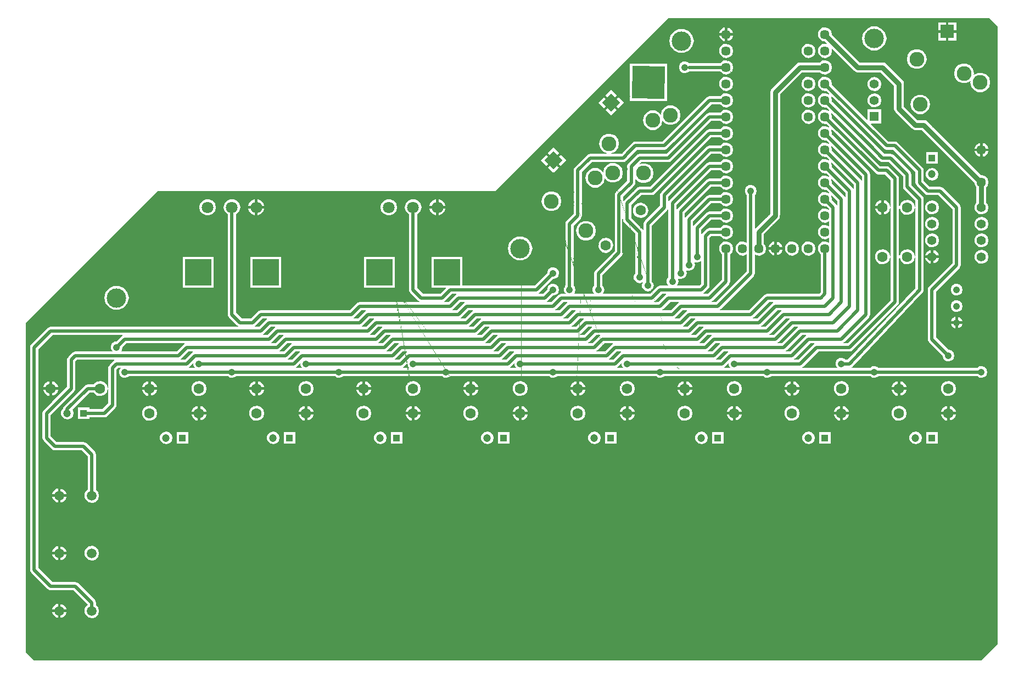
<source format=gbl>
%FSLAX33Y33*%
%MOMM*%
%AMRect-W4000000-H4000000-RO1.000*
21,1,4.,4.,0.,0.,180*%
%AMRect-W1000000-H1000000-RO1.000*
21,1,1.,1.,0.,0.,180*%
%AMRect-W2032000-H2032000-RO0.250*
21,1,2.032,2.032,0.,0.,315*%
%AMRect-W1400000-H1400000-RO1.000*
21,1,1.4,1.4,0.,0.,180*%
%AMRect-W5000000-H5000000-RO1.000*
21,1,5.,5.,0.,0.,179*%
%AMRect-W2032000-H2032000-RO0.500*
21,1,2.032,2.032,0.,0.,270*%
%AMRect-W1000000-H1000000-RO0.500*
21,1,1.,1.,0.,0.,270*%
%ADD10C,0.508*%
%ADD11C,0.762*%
%ADD12C,1.0668*%
%ADD13C,3.*%
%ADD14C,1.8*%
%ADD15Rect-W4000000-H4000000-RO1.000*%
%ADD16C,1.6*%
%ADD17C,1.6*%
%ADD18C,1.6*%
%ADD19C,1.2*%
%ADD20Rect-W1000000-H1000000-RO1.000*%
%ADD21C,2.286*%
%ADD22Rect-W2032000-H2032000-RO0.250*%
%ADD23C,1.5*%
%ADD24C,1.45*%
%ADD25C,1.4*%
%ADD26Rect-W1400000-H1400000-RO1.000*%
%ADD27Rect-W5000000-H5000000-RO1.000*%
%ADD28C,1.6*%
%ADD29C,1.0668*%
%ADD30C,1.45*%
%ADD31C,2.286*%
%ADD32Rect-W2032000-H2032000-RO0.500*%
%ADD33C,1.2*%
%ADD34Rect-W1000000-H1000000-RO0.500*%
%ADD35C,1.4*%
D10*
%LNpour fill*%
G36*
G01*
X149860Y2540D02*
X149860Y34290D01*
X138141Y34290D01*
X138029Y33834D01*
X137717Y33483D01*
X137278Y33316D01*
X136812Y33373D01*
X136426Y33639D01*
X136208Y34055D01*
X136208Y34525D01*
X136426Y34941D01*
X136812Y35207D01*
X137278Y35264D01*
X137717Y35097D01*
X138029Y34746D01*
X138141Y34290D01*
X149860Y34290D01*
X149860Y35171D01*
X140581Y35171D01*
X140581Y33409D01*
X138819Y33409D01*
X138819Y35171D01*
X140581Y35171D01*
X149860Y35171D01*
X149860Y37900D01*
X143372Y37900D01*
X143286Y37551D01*
X142911Y37128D01*
X142440Y36949D01*
X142440Y37900D01*
X143372Y37900D01*
X149860Y37900D01*
X149860Y38100D01*
X135801Y38100D01*
X135666Y37551D01*
X135291Y37128D01*
X134762Y36928D01*
X134201Y36996D01*
X133736Y37317D01*
X133473Y37817D01*
X133473Y38383D01*
X133736Y38883D01*
X134201Y39204D01*
X134762Y39272D01*
X135291Y39072D01*
X135666Y38649D01*
X135801Y38100D01*
X149860Y38100D01*
X149860Y38300D01*
X143372Y38300D01*
X142440Y38300D01*
X142440Y39251D01*
X142911Y39072D01*
X143286Y38649D01*
X143372Y38300D01*
X149860Y38300D01*
X149860Y39231D01*
X142040Y39231D01*
X142040Y38300D01*
X141093Y38300D01*
X141093Y38383D01*
X141356Y38883D01*
X141821Y39204D01*
X142040Y39231D01*
X149860Y39231D01*
X149860Y41710D01*
X135752Y41710D01*
X135666Y41361D01*
X135291Y40938D01*
X134820Y40759D01*
X134820Y41710D01*
X135752Y41710D01*
X149860Y41710D01*
X149860Y41910D01*
X143421Y41910D01*
X143286Y41361D01*
X142911Y40938D01*
X142382Y40738D01*
X141821Y40806D01*
X141356Y41127D01*
X141093Y41627D01*
X141093Y42193D01*
X141356Y42693D01*
X141821Y43014D01*
X142382Y43082D01*
X142911Y42882D01*
X143286Y42459D01*
X143421Y41910D01*
X149860Y41910D01*
X149860Y42110D01*
X135752Y42110D01*
X134820Y42110D01*
X134820Y43061D01*
X135291Y42882D01*
X135666Y42459D01*
X135752Y42110D01*
X149860Y42110D01*
X149860Y43041D01*
X134420Y43041D01*
X134420Y42110D01*
X133473Y42110D01*
X133473Y42193D01*
X133736Y42693D01*
X134201Y43014D01*
X134420Y43041D01*
X149860Y43041D01*
X149860Y51880D01*
X144377Y51880D01*
X144320Y51645D01*
X144029Y51317D01*
X143701Y51193D01*
X143701Y51880D01*
X144377Y51880D01*
X149860Y51880D01*
X149860Y52261D01*
X144377Y52261D01*
X143701Y52261D01*
X143701Y52947D01*
X144029Y52823D01*
X144320Y52495D01*
X144377Y52261D01*
X149860Y52261D01*
X149860Y52941D01*
X143320Y52941D01*
X143320Y52261D01*
X142622Y52261D01*
X142622Y52289D01*
X142826Y52676D01*
X143186Y52925D01*
X143320Y52941D01*
X149860Y52941D01*
X149860Y54610D01*
X144424Y54610D01*
X144320Y54185D01*
X144029Y53857D01*
X143620Y53702D01*
X143186Y53755D01*
X142826Y54004D01*
X142622Y54391D01*
X142622Y54829D01*
X142826Y55216D01*
X143186Y55465D01*
X143620Y55518D01*
X144029Y55363D01*
X144320Y55035D01*
X144424Y54610D01*
X149860Y54610D01*
X149860Y57150D01*
X144424Y57150D01*
X144320Y56725D01*
X144029Y56397D01*
X143620Y56242D01*
X143186Y56295D01*
X142826Y56544D01*
X142622Y56931D01*
X142622Y57369D01*
X142826Y57756D01*
X143186Y58005D01*
X143620Y58058D01*
X144029Y57903D01*
X144320Y57575D01*
X144424Y57150D01*
X149860Y57150D01*
X149860Y62030D01*
X140732Y62030D01*
X140657Y61728D01*
X140314Y61340D01*
X139900Y61183D01*
X139900Y62030D01*
X140732Y62030D01*
X149860Y62030D01*
X149860Y62230D01*
X148401Y62230D01*
X148277Y61728D01*
X147934Y61340D01*
X147450Y61157D01*
X146937Y61219D01*
X146511Y61513D01*
X146270Y61971D01*
X146270Y62489D01*
X146511Y62947D01*
X146937Y63241D01*
X147450Y63303D01*
X147934Y63120D01*
X148277Y62732D01*
X148401Y62230D01*
X149860Y62230D01*
X149860Y62430D01*
X140732Y62430D01*
X139900Y62430D01*
X139900Y63277D01*
X140314Y63120D01*
X140657Y62732D01*
X140732Y62430D01*
X149860Y62430D01*
X149860Y63263D01*
X139500Y63263D01*
X139500Y62430D01*
X138650Y62430D01*
X138650Y62489D01*
X138891Y62947D01*
X139317Y63241D01*
X139500Y63263D01*
X149860Y63263D01*
X149860Y63500D01*
X121756Y63500D01*
X121629Y62986D01*
X121278Y62590D01*
X120783Y62402D01*
X120258Y62466D01*
X119822Y62767D01*
X119576Y63235D01*
X119576Y63765D01*
X119822Y64233D01*
X120258Y64534D01*
X120783Y64598D01*
X121278Y64410D01*
X121629Y64014D01*
X121756Y63500D01*
X149860Y63500D01*
X149860Y64770D01*
X148401Y64770D01*
X148277Y64268D01*
X147934Y63880D01*
X147450Y63697D01*
X146937Y63759D01*
X146511Y64053D01*
X146270Y64511D01*
X146270Y65029D01*
X146511Y65487D01*
X146937Y65781D01*
X147450Y65843D01*
X147934Y65660D01*
X148277Y65272D01*
X148401Y64770D01*
X149860Y64770D01*
X149860Y67310D01*
X148401Y67310D01*
X148277Y66808D01*
X147934Y66420D01*
X147450Y66237D01*
X146937Y66299D01*
X146511Y66593D01*
X146270Y67051D01*
X146270Y67569D01*
X146511Y68027D01*
X146937Y68321D01*
X147450Y68383D01*
X147934Y68200D01*
X148277Y67812D01*
X148401Y67310D01*
X149860Y67310D01*
X149860Y69850D01*
X140781Y69850D01*
X140657Y69348D01*
X140314Y68960D01*
X139830Y68777D01*
X139317Y68839D01*
X138891Y69133D01*
X138650Y69591D01*
X138650Y70109D01*
X138891Y70567D01*
X139317Y70861D01*
X139830Y70923D01*
X140314Y70740D01*
X140657Y70352D01*
X140781Y69850D01*
X149860Y69850D01*
X149860Y73700D01*
X148426Y73700D01*
X148299Y73186D01*
X148082Y72941D01*
X148082Y70573D01*
X148277Y70352D01*
X148401Y69850D01*
X148277Y69348D01*
X147934Y68960D01*
X147450Y68777D01*
X146937Y68839D01*
X146511Y69133D01*
X146270Y69591D01*
X146270Y70109D01*
X146511Y70567D01*
X146558Y70599D01*
X146558Y72921D01*
X146492Y72967D01*
X146246Y73435D01*
X146246Y73656D01*
X138114Y81788D01*
X137160Y81788D01*
X136868Y81846D01*
X136621Y82011D01*
X134081Y84551D01*
X133916Y84798D01*
X133858Y85090D01*
X133858Y88584D01*
X131764Y90678D01*
X128270Y90678D01*
X127978Y90736D01*
X127731Y90901D01*
X124306Y94326D01*
X124222Y94279D01*
X124296Y93980D01*
X124169Y93466D01*
X123818Y93070D01*
X123323Y92882D01*
X122798Y92946D01*
X122362Y93247D01*
X122116Y93715D01*
X122116Y94245D01*
X122362Y94713D01*
X122798Y95014D01*
X123323Y95078D01*
X123467Y95023D01*
X123523Y95110D01*
X123195Y95438D01*
X122798Y95486D01*
X122362Y95787D01*
X122116Y96255D01*
X122116Y96785D01*
X122362Y97253D01*
X122798Y97554D01*
X123323Y97618D01*
X123818Y97430D01*
X124169Y97034D01*
X124296Y96520D01*
X124290Y96497D01*
X128586Y92202D01*
X132080Y92202D01*
X132372Y92144D01*
X132619Y91979D01*
X135159Y89439D01*
X135324Y89192D01*
X135382Y88900D01*
X135382Y85406D01*
X137476Y83312D01*
X138430Y83312D01*
X138722Y83254D01*
X138969Y83089D01*
X139782Y82276D01*
X139782Y82276D01*
X147281Y74777D01*
X147453Y74798D01*
X147948Y74610D01*
X148299Y74214D01*
X148426Y73700D01*
X149860Y73700D01*
X149860Y74950D01*
X140681Y74950D01*
X140569Y74494D01*
X140257Y74143D01*
X139818Y73976D01*
X139352Y74033D01*
X138966Y74299D01*
X138748Y74715D01*
X138748Y75185D01*
X138966Y75601D01*
X139352Y75867D01*
X139818Y75924D01*
X140257Y75757D01*
X140569Y75406D01*
X140681Y74950D01*
X149860Y74950D01*
X149860Y78331D01*
X140581Y78331D01*
X140581Y76569D01*
X138819Y76569D01*
X138819Y78331D01*
X140581Y78331D01*
X149860Y78331D01*
X149860Y78500D01*
X148377Y78500D01*
X148299Y78186D01*
X147948Y77790D01*
X147520Y77627D01*
X147520Y78500D01*
X148377Y78500D01*
X149860Y78500D01*
X149860Y78900D01*
X148377Y78900D01*
X147520Y78900D01*
X147520Y79773D01*
X147948Y79610D01*
X148299Y79214D01*
X148377Y78900D01*
X149860Y78900D01*
X149860Y79757D01*
X147120Y79757D01*
X147120Y78900D01*
X146246Y78900D01*
X146246Y78965D01*
X146492Y79433D01*
X146928Y79734D01*
X147120Y79757D01*
X149860Y79757D01*
X149860Y85720D01*
X139395Y85720D01*
X139244Y85058D01*
X138821Y84528D01*
X138210Y84234D01*
X137532Y84234D01*
X136921Y84528D01*
X136498Y85058D01*
X136347Y85720D01*
X136498Y86381D01*
X136921Y86911D01*
X137532Y87205D01*
X138210Y87205D01*
X138821Y86911D01*
X139244Y86381D01*
X139395Y85720D01*
X149860Y85720D01*
X149860Y89115D01*
X148666Y89115D01*
X148515Y88454D01*
X148092Y87924D01*
X147481Y87629D01*
X146803Y87629D01*
X146192Y87924D01*
X145769Y88454D01*
X145618Y89115D01*
X145655Y89278D01*
X145593Y89328D01*
X144967Y89026D01*
X144288Y89026D01*
X143677Y89321D01*
X143255Y89851D01*
X143104Y90512D01*
X143255Y91173D01*
X143677Y91704D01*
X144288Y91998D01*
X144967Y91998D01*
X145578Y91704D01*
X146001Y91173D01*
X146152Y90512D01*
X146114Y90349D01*
X146177Y90299D01*
X146803Y90601D01*
X147481Y90601D01*
X148092Y90307D01*
X148515Y89776D01*
X148666Y89115D01*
X149860Y89115D01*
X149860Y78500D01*
X147120Y78500D01*
X147120Y77643D01*
X146928Y77666D01*
X146492Y77967D01*
X146246Y78435D01*
X146246Y78500D01*
X147120Y78500D01*
X149860Y78500D01*
X149860Y67310D01*
X140781Y67310D01*
X140657Y66808D01*
X140314Y66420D01*
X139830Y66237D01*
X139317Y66299D01*
X138891Y66593D01*
X138650Y67051D01*
X138650Y67569D01*
X138891Y68027D01*
X139317Y68321D01*
X139830Y68383D01*
X140314Y68200D01*
X140657Y67812D01*
X140781Y67310D01*
X149860Y67310D01*
X149860Y64770D01*
X140781Y64770D01*
X140657Y64268D01*
X140314Y63880D01*
X139830Y63697D01*
X139317Y63759D01*
X138891Y64053D01*
X138650Y64511D01*
X138650Y65029D01*
X138891Y65487D01*
X139317Y65781D01*
X139830Y65843D01*
X140314Y65660D01*
X140657Y65272D01*
X140781Y64770D01*
X149860Y64770D01*
X149860Y63500D01*
X119216Y63500D01*
X119089Y62986D01*
X118738Y62590D01*
X118243Y62402D01*
X117718Y62466D01*
X117282Y62767D01*
X117036Y63235D01*
X117036Y63765D01*
X117282Y64233D01*
X117718Y64534D01*
X118243Y64598D01*
X118738Y64410D01*
X119089Y64014D01*
X119216Y63500D01*
X149860Y63500D01*
X149860Y62030D01*
X139500Y62030D01*
X139500Y61197D01*
X139317Y61219D01*
X138891Y61513D01*
X138650Y61971D01*
X138650Y62030D01*
X139500Y62030D01*
X149860Y62030D01*
X149860Y51880D01*
X143320Y51880D01*
X143320Y51199D01*
X143186Y51215D01*
X142826Y51464D01*
X142622Y51851D01*
X142622Y51880D01*
X143320Y51880D01*
X149860Y51880D01*
X149860Y43041D01*
X117910Y43041D01*
X117910Y42110D01*
X116963Y42110D01*
X116963Y42193D01*
X117226Y42693D01*
X117691Y43014D01*
X117910Y43041D01*
X149860Y43041D01*
X149860Y42110D01*
X119242Y42110D01*
X118310Y42110D01*
X118310Y43061D01*
X118781Y42882D01*
X119156Y42459D01*
X119242Y42110D01*
X149860Y42110D01*
X149860Y41910D01*
X126911Y41910D01*
X126776Y41361D01*
X126401Y40938D01*
X125872Y40738D01*
X125311Y40806D01*
X124846Y41127D01*
X124583Y41627D01*
X124583Y42193D01*
X124846Y42693D01*
X125311Y43014D01*
X125872Y43082D01*
X126401Y42882D01*
X126776Y42459D01*
X126911Y41910D01*
X149860Y41910D01*
X149860Y41710D01*
X134420Y41710D01*
X134420Y40779D01*
X134201Y40806D01*
X133736Y41127D01*
X133473Y41627D01*
X133473Y41710D01*
X134420Y41710D01*
X149860Y41710D01*
X149860Y39231D01*
X125530Y39231D01*
X125530Y38300D01*
X124583Y38300D01*
X124583Y38383D01*
X124846Y38883D01*
X125311Y39204D01*
X125530Y39231D01*
X149860Y39231D01*
X149860Y38300D01*
X126862Y38300D01*
X125930Y38300D01*
X125930Y39251D01*
X126401Y39072D01*
X126776Y38649D01*
X126862Y38300D01*
X149860Y38300D01*
X149860Y38100D01*
X119291Y38100D01*
X119156Y37551D01*
X118781Y37128D01*
X118252Y36928D01*
X117691Y36996D01*
X117226Y37317D01*
X116963Y37817D01*
X116963Y38383D01*
X117226Y38883D01*
X117691Y39204D01*
X118252Y39272D01*
X118781Y39072D01*
X119156Y38649D01*
X119291Y38100D01*
X149860Y38100D01*
X149860Y37900D01*
X142040Y37900D01*
X142040Y36969D01*
X141821Y36996D01*
X141356Y37317D01*
X141093Y37817D01*
X141093Y37900D01*
X142040Y37900D01*
X149860Y37900D01*
X149860Y37900D01*
X126862Y37900D01*
X126776Y37551D01*
X126401Y37128D01*
X125930Y36949D01*
X125930Y37900D01*
X126862Y37900D01*
X149860Y37900D01*
X149860Y37900D01*
X125530Y37900D01*
X125530Y36969D01*
X125311Y36996D01*
X124846Y37317D01*
X124583Y37817D01*
X124583Y37900D01*
X125530Y37900D01*
X149860Y37900D01*
X149860Y35171D01*
X124071Y35171D01*
X124071Y33409D01*
X122309Y33409D01*
X122309Y35171D01*
X124071Y35171D01*
X149860Y35171D01*
X149860Y34290D01*
X121631Y34290D01*
X121519Y33834D01*
X121207Y33483D01*
X120768Y33316D01*
X120302Y33373D01*
X119916Y33639D01*
X119698Y34055D01*
X119698Y34525D01*
X119916Y34941D01*
X120302Y35207D01*
X120768Y35264D01*
X121207Y35097D01*
X121519Y34746D01*
X121631Y34290D01*
X149860Y34290D01*
X149860Y41710D01*
X119242Y41710D01*
X119156Y41361D01*
X118781Y40938D01*
X118310Y40759D01*
X118310Y41710D01*
X119242Y41710D01*
X149860Y41710D01*
X149860Y41710D01*
X117910Y41710D01*
X117910Y40779D01*
X117691Y40806D01*
X117226Y41127D01*
X116963Y41627D01*
X116963Y41710D01*
X117910Y41710D01*
X149860Y41710D01*
X149860Y41910D01*
X110401Y41910D01*
X110266Y41361D01*
X109891Y40938D01*
X109362Y40738D01*
X108801Y40806D01*
X108336Y41127D01*
X108073Y41627D01*
X108073Y42193D01*
X108336Y42693D01*
X108801Y43014D01*
X109362Y43082D01*
X109891Y42882D01*
X110266Y42459D01*
X110401Y41910D01*
X149860Y41910D01*
X149860Y97790D01*
X148590Y99060D01*
X142227Y99060D01*
X142227Y98361D01*
X143434Y98361D01*
X143434Y97154D01*
X142227Y97154D01*
X142227Y98361D01*
X142227Y99060D01*
X140640Y99060D01*
X140640Y98361D01*
X141846Y98361D01*
X141846Y97154D01*
X140640Y97154D01*
X140640Y98361D01*
X140640Y99060D01*
X136999Y99060D01*
X136999Y94198D01*
X137677Y94198D01*
X138288Y93904D01*
X138711Y93374D01*
X138862Y92713D01*
X138711Y92051D01*
X138288Y91521D01*
X137677Y91227D01*
X136999Y91227D01*
X136388Y91521D01*
X135965Y92051D01*
X135814Y92713D01*
X135965Y93374D01*
X136388Y93904D01*
X136999Y94198D01*
X136999Y99060D01*
X130940Y99060D01*
X130940Y89933D01*
X131424Y89750D01*
X131767Y89362D01*
X131891Y88860D01*
X131767Y88358D01*
X131424Y87970D01*
X130940Y87787D01*
X130427Y87849D01*
X130001Y88143D01*
X129760Y88601D01*
X129760Y89119D01*
X130001Y89577D01*
X130427Y89871D01*
X130940Y89933D01*
X130940Y99060D01*
X130391Y99060D01*
X130391Y97719D01*
X131229Y97719D01*
X131983Y97356D01*
X132505Y96701D01*
X132691Y95885D01*
X132505Y95069D01*
X131983Y94414D01*
X131229Y94051D01*
X130391Y94051D01*
X129637Y94414D01*
X129115Y95069D01*
X128929Y95885D01*
X129115Y96701D01*
X129637Y97356D01*
X130391Y97719D01*
X130391Y99060D01*
X120783Y99060D01*
X120783Y95078D01*
X121278Y94890D01*
X121629Y94494D01*
X121756Y93980D01*
X121629Y93466D01*
X121278Y93070D01*
X120783Y92882D01*
X120258Y92946D01*
X115370Y63300D01*
X115370Y62443D01*
X115178Y62466D01*
X114742Y62767D01*
X114496Y63235D01*
X114496Y63300D01*
X115370Y63300D01*
X120258Y92946D01*
X119822Y93247D01*
X119576Y93715D01*
X119576Y94245D01*
X119822Y94713D01*
X120258Y95014D01*
X120783Y95078D01*
X120783Y99060D01*
X108150Y99060D01*
X108150Y97593D01*
X108578Y97430D01*
X108929Y97034D01*
X109007Y96720D01*
X108150Y96720D01*
X108150Y97593D01*
X108150Y99060D01*
X108083Y99060D01*
X108083Y95078D01*
X108578Y94890D01*
X108929Y94494D01*
X109056Y93980D01*
X108929Y93466D01*
X108578Y93070D01*
X108083Y92882D01*
X115770Y63300D01*
X116627Y63300D01*
X116549Y62986D01*
X116198Y62590D01*
X115770Y62427D01*
X115770Y63300D01*
X108083Y92882D01*
X115770Y64573D01*
X116198Y64410D01*
X116549Y64014D01*
X116627Y63700D01*
X115770Y63700D01*
X115770Y64573D01*
X108083Y92882D01*
X115178Y64534D01*
X115370Y64557D01*
X115370Y63700D01*
X114496Y63700D01*
X114496Y63765D01*
X114742Y64233D01*
X115178Y64534D01*
X108083Y92882D01*
X107558Y92946D01*
X107122Y93247D01*
X106876Y93715D01*
X106876Y94245D01*
X107122Y94713D01*
X107558Y95014D01*
X108083Y95078D01*
X108083Y99060D01*
X107750Y99060D01*
X107750Y97577D01*
X107750Y96720D01*
X106876Y96720D01*
X106876Y96785D01*
X107122Y97253D01*
X107558Y97554D01*
X107750Y97577D01*
X107750Y99060D01*
X106876Y99060D01*
X106876Y96320D01*
X107750Y96320D01*
X107750Y95463D01*
X107558Y95486D01*
X107122Y95787D01*
X106876Y96255D01*
X106876Y96320D01*
X106876Y99060D01*
X100673Y99060D01*
X100673Y97338D01*
X101511Y97338D01*
X102265Y96975D01*
X102787Y96320D01*
X102973Y95504D01*
X102787Y94688D01*
X102265Y94033D01*
X101511Y93670D01*
X100673Y93670D01*
X99919Y94033D01*
X99886Y94075D01*
X99397Y94688D01*
X99211Y95504D01*
X99397Y96320D01*
X99919Y96975D01*
X100673Y97338D01*
X100673Y99060D01*
X108083Y99060D01*
X108083Y89998D01*
X108578Y89810D01*
X108929Y89414D01*
X109056Y88900D01*
X108929Y88386D01*
X108578Y87990D01*
X108083Y87802D01*
X107558Y87866D01*
X107122Y88167D01*
X106876Y88635D01*
X106876Y89165D01*
X107122Y89633D01*
X107558Y89934D01*
X108083Y89998D01*
X108083Y99060D01*
X108150Y99060D01*
X108150Y96320D01*
X109007Y96320D01*
X108929Y96006D01*
X108578Y95610D01*
X108150Y95447D01*
X108150Y96320D01*
X108150Y99060D01*
X120783Y99060D01*
X120783Y89998D01*
X121278Y89810D01*
X121629Y89414D01*
X121756Y88900D01*
X121629Y88386D01*
X121278Y87990D01*
X120783Y87802D01*
X120258Y87866D01*
X119822Y88167D01*
X119576Y88635D01*
X119576Y89165D01*
X119822Y89633D01*
X120258Y89934D01*
X120783Y89998D01*
X120783Y99060D01*
X130940Y99060D01*
X130940Y87433D01*
X131424Y87250D01*
X131767Y86862D01*
X131891Y86360D01*
X131767Y85858D01*
X131424Y85470D01*
X130940Y85287D01*
X130427Y85349D01*
X130001Y85643D01*
X129760Y86101D01*
X129760Y86619D01*
X130001Y87077D01*
X130427Y87371D01*
X130940Y87433D01*
X130940Y99060D01*
X140640Y99060D01*
X140640Y96773D01*
X141846Y96773D01*
X141846Y95567D01*
X140640Y95567D01*
X140640Y96773D01*
X140640Y99060D01*
X142227Y99060D01*
X142227Y96773D01*
X143434Y96773D01*
X143434Y95567D01*
X142227Y95567D01*
X142227Y96773D01*
X142227Y99060D01*
X120783Y99060D01*
X120783Y87458D01*
X121278Y87270D01*
X121629Y86874D01*
X121756Y86360D01*
X121629Y85846D01*
X121278Y85450D01*
X120783Y85262D01*
X120258Y85326D01*
X119822Y85627D01*
X119576Y86095D01*
X119576Y86625D01*
X119822Y87093D01*
X120258Y87394D01*
X120783Y87458D01*
X120783Y99060D01*
X120783Y99060D01*
X120783Y84918D01*
X121278Y84730D01*
X121629Y84334D01*
X121756Y83820D01*
X121629Y83306D01*
X121278Y82910D01*
X120783Y82722D01*
X120258Y82786D01*
X119822Y83087D01*
X119576Y83555D01*
X119576Y84085D01*
X119822Y84553D01*
X120258Y84854D01*
X120783Y84918D01*
X120783Y99060D01*
X99060Y99060D01*
X96481Y96481D01*
X100916Y92046D01*
X101276Y92295D01*
X101710Y92348D01*
X102119Y92193D01*
X102224Y92075D01*
X107070Y92075D01*
X107122Y92173D01*
X107558Y92474D01*
X108083Y92538D01*
X108578Y92350D01*
X108929Y91954D01*
X109056Y91440D01*
X108929Y90926D01*
X108578Y90530D01*
X108083Y90342D01*
X107558Y90406D01*
X107122Y90707D01*
X107070Y90805D01*
X102224Y90805D01*
X102119Y90687D01*
X101710Y90532D01*
X101276Y90585D01*
X100916Y90834D01*
X100712Y91221D01*
X100712Y91659D01*
X100916Y92046D01*
X96481Y96481D01*
X92583Y92583D01*
X93131Y92035D01*
X98893Y92035D01*
X98893Y86273D01*
X93131Y86273D01*
X93131Y92035D01*
X92583Y92583D01*
X90074Y90074D01*
X95682Y84466D01*
X96293Y84760D01*
X96972Y84760D01*
X97583Y84466D01*
X97823Y84164D01*
X97901Y84182D01*
X98025Y84726D01*
X98448Y85256D01*
X99059Y85550D01*
X99738Y85550D01*
X100349Y85256D01*
X100771Y84726D01*
X100922Y84064D01*
X100771Y83403D01*
X100349Y82873D01*
X99738Y82579D01*
X99059Y82579D01*
X98448Y82873D01*
X98208Y83175D01*
X98130Y83157D01*
X98006Y82613D01*
X97583Y82083D01*
X96972Y81788D01*
X96293Y81788D01*
X95682Y82083D01*
X95259Y82613D01*
X95108Y83274D01*
X95259Y83935D01*
X95682Y84466D01*
X90074Y90074D01*
X89109Y89109D01*
X91361Y86857D01*
X92214Y86004D01*
X91361Y85151D01*
X90508Y86004D01*
X91361Y86857D01*
X89109Y89109D01*
X89109Y89109D01*
X90239Y87980D01*
X91092Y87127D01*
X90239Y86273D01*
X89385Y87127D01*
X90239Y87980D01*
X89109Y89109D01*
X87987Y87987D01*
X89116Y86857D01*
X89969Y86004D01*
X89116Y85151D01*
X88263Y86004D01*
X89116Y86857D01*
X87987Y87987D01*
X87987Y87987D01*
X90239Y85735D01*
X91092Y84882D01*
X90239Y84028D01*
X94350Y70473D01*
X94911Y70541D01*
X95440Y70341D01*
X95815Y69918D01*
X95950Y69369D01*
X95815Y68820D01*
X95440Y68397D01*
X94911Y68197D01*
X91051Y35171D01*
X91051Y33409D01*
X89289Y33409D01*
X89289Y35171D01*
X91051Y35171D01*
X94911Y68197D01*
X92510Y37900D01*
X92510Y36969D01*
X92291Y36996D01*
X91826Y37317D01*
X91563Y37817D01*
X91563Y37900D01*
X92510Y37900D01*
X94911Y68197D01*
X94350Y68265D01*
X93885Y68586D01*
X93622Y69086D01*
X93622Y69652D01*
X93885Y70152D01*
X94350Y70473D01*
X90239Y84028D01*
X90239Y76660D01*
X90848Y76660D01*
X91459Y76366D01*
X91881Y75836D01*
X92032Y75174D01*
X91881Y74513D01*
X91459Y73983D01*
X90848Y73689D01*
X101800Y41710D01*
X102732Y41710D01*
X102646Y41361D01*
X102271Y40938D01*
X101800Y40759D01*
X101800Y41710D01*
X90848Y73689D01*
X100453Y41710D01*
X101400Y41710D01*
X101400Y40779D01*
X101181Y40806D01*
X100716Y41127D01*
X100453Y41627D01*
X100453Y41710D01*
X90848Y73689D01*
X101181Y43014D01*
X101400Y43041D01*
X101400Y42110D01*
X100453Y42110D01*
X100453Y42193D01*
X100716Y42693D01*
X101181Y43014D01*
X90848Y73689D01*
X90169Y73689D01*
X89558Y73983D01*
X89318Y74285D01*
X89240Y74267D01*
X89116Y73723D01*
X88693Y73193D01*
X88082Y72898D01*
X87403Y72898D01*
X86792Y73193D01*
X86369Y73723D01*
X86218Y74384D01*
X86369Y75045D01*
X86792Y75576D01*
X87403Y75870D01*
X88082Y75870D01*
X88693Y75576D01*
X88933Y75274D01*
X89011Y75292D01*
X89135Y75836D01*
X89558Y76366D01*
X90169Y76660D01*
X90239Y76660D01*
X90239Y84028D01*
X89385Y84882D01*
X90239Y85735D01*
X87987Y87987D01*
X80219Y80219D01*
X82471Y77967D01*
X83324Y77114D01*
X82471Y76261D01*
X81618Y77114D01*
X82471Y77967D01*
X80219Y80219D01*
X80219Y80219D01*
X81349Y79090D01*
X82202Y78237D01*
X81349Y77383D01*
X88962Y65085D01*
X89523Y65153D01*
X90052Y64953D01*
X90427Y64530D01*
X90562Y63981D01*
X90427Y63432D01*
X90052Y63009D01*
X89523Y62809D01*
X88962Y62877D01*
X88497Y63198D01*
X88234Y63698D01*
X88234Y64264D01*
X88497Y64764D01*
X88962Y65085D01*
X81349Y77383D01*
X86011Y67702D01*
X86015Y67703D01*
X86693Y67703D01*
X87304Y67409D01*
X87727Y66879D01*
X87878Y66218D01*
X87727Y65556D01*
X87304Y65026D01*
X86693Y64732D01*
X87748Y35264D01*
X88187Y35097D01*
X88499Y34746D01*
X88611Y34290D01*
X88499Y33834D01*
X88187Y33483D01*
X87748Y33316D01*
X87282Y33373D01*
X86896Y33639D01*
X86678Y34055D01*
X86678Y34525D01*
X86896Y34941D01*
X87282Y35207D01*
X87748Y35264D01*
X86693Y64732D01*
X86015Y64732D01*
X85232Y39272D01*
X85761Y39072D01*
X86136Y38649D01*
X86271Y38100D01*
X86136Y37551D01*
X85761Y37128D01*
X85232Y36928D01*
X84671Y36996D01*
X84206Y37317D01*
X83943Y37817D01*
X83943Y38383D01*
X84206Y38883D01*
X84671Y39204D01*
X85232Y39272D01*
X86015Y64732D01*
X84890Y41710D01*
X84890Y40779D01*
X84671Y40806D01*
X84206Y41127D01*
X83943Y41627D01*
X83943Y41710D01*
X84890Y41710D01*
X86015Y64732D01*
X86015Y41710D01*
X86222Y41710D01*
X86136Y41361D01*
X85761Y40938D01*
X85290Y40759D01*
X85290Y41710D01*
X86015Y41710D01*
X86015Y64732D01*
X84890Y43041D01*
X84890Y42110D01*
X83943Y42110D01*
X83943Y42193D01*
X84206Y42693D01*
X84671Y43014D01*
X84890Y43041D01*
X86015Y64732D01*
X85404Y65026D01*
X84981Y65556D01*
X84830Y66218D01*
X84981Y66879D01*
X85404Y67409D01*
X86011Y67702D01*
X81349Y77383D01*
X81349Y72271D01*
X81371Y72271D01*
X81982Y71977D01*
X82405Y71447D01*
X82556Y70785D01*
X82405Y70124D01*
X81982Y69594D01*
X81371Y69300D01*
X92910Y37900D01*
X93842Y37900D01*
X93756Y37551D01*
X93381Y37128D01*
X92910Y36949D01*
X92910Y37900D01*
X81371Y69300D01*
X92910Y39251D01*
X93381Y39072D01*
X93756Y38649D01*
X93842Y38300D01*
X92910Y38300D01*
X92910Y39251D01*
X81371Y69300D01*
X92291Y39204D01*
X92510Y39231D01*
X92510Y38300D01*
X91563Y38300D01*
X91563Y38383D01*
X91826Y38883D01*
X92291Y39204D01*
X81371Y69300D01*
X92291Y43014D01*
X92852Y43082D01*
X93381Y42882D01*
X93756Y42459D01*
X93891Y41910D01*
X93756Y41361D01*
X93381Y40938D01*
X92852Y40738D01*
X92291Y40806D01*
X91826Y41127D01*
X91563Y41627D01*
X91563Y42193D01*
X91826Y42693D01*
X92291Y43014D01*
X81371Y69300D01*
X85290Y43061D01*
X85761Y42882D01*
X86136Y42459D01*
X86222Y42110D01*
X85290Y42110D01*
X85290Y43061D01*
X81371Y69300D01*
X80693Y69300D01*
X80082Y69594D01*
X77373Y64971D01*
X77895Y64316D01*
X78081Y63500D01*
X77895Y62684D01*
X77373Y62029D01*
X76619Y61666D01*
X76619Y37900D01*
X77332Y37900D01*
X77246Y37551D01*
X76871Y37128D01*
X76400Y36949D01*
X76400Y37900D01*
X76619Y37900D01*
X76619Y61666D01*
X76400Y61666D01*
X76400Y39251D01*
X76871Y39072D01*
X77246Y38649D01*
X77332Y38300D01*
X76400Y38300D01*
X76400Y39251D01*
X76400Y61666D01*
X76342Y61666D01*
X76342Y43082D01*
X76871Y42882D01*
X77246Y42459D01*
X77381Y41910D01*
X77246Y41361D01*
X76871Y40938D01*
X76342Y40738D01*
X75781Y40806D01*
X75316Y41127D01*
X75053Y41627D01*
X75053Y42193D01*
X75316Y42693D01*
X75781Y43014D01*
X76342Y43082D01*
X76342Y61666D01*
X76000Y61666D01*
X76000Y39231D01*
X76000Y38300D01*
X75053Y38300D01*
X75053Y38383D01*
X75316Y38883D01*
X75781Y39204D01*
X76000Y39231D01*
X76000Y61666D01*
X75781Y61666D01*
X74541Y35171D01*
X74541Y33409D01*
X72779Y33409D01*
X72779Y35171D01*
X74541Y35171D01*
X75781Y61666D01*
X75781Y37900D01*
X76000Y37900D01*
X76000Y36969D01*
X75781Y36996D01*
X75316Y37317D01*
X75053Y37817D01*
X75053Y37900D01*
X75781Y37900D01*
X75781Y61666D01*
X75027Y62029D01*
X74505Y62684D01*
X74319Y63500D01*
X74505Y64316D01*
X75027Y64971D01*
X75781Y65334D01*
X76619Y65334D01*
X77373Y64971D01*
X80082Y69594D01*
X79659Y70124D01*
X79508Y70785D01*
X79659Y71447D01*
X80082Y71977D01*
X80693Y72271D01*
X81349Y72271D01*
X81349Y77383D01*
X80495Y78237D01*
X81349Y79090D01*
X80219Y80219D01*
X79097Y79097D01*
X80226Y77967D01*
X81079Y77114D01*
X80226Y76261D01*
X79373Y77114D01*
X80226Y77967D01*
X79097Y79097D01*
X79097Y79097D01*
X81349Y76845D01*
X82202Y75992D01*
X81349Y75138D01*
X101800Y43061D01*
X102271Y42882D01*
X102646Y42459D01*
X102732Y42110D01*
X101800Y42110D01*
X101800Y43061D01*
X81349Y75138D01*
X80495Y75992D01*
X81349Y76845D01*
X79097Y79097D01*
X72390Y72390D01*
X63630Y72390D01*
X63630Y71099D01*
X63249Y71099D01*
X63249Y70040D01*
X62202Y70040D01*
X62202Y69659D01*
X63249Y69659D01*
X63249Y68601D01*
X63155Y68601D01*
X62641Y68848D01*
X62286Y69294D01*
X62202Y69659D01*
X62202Y70040D01*
X62286Y70406D01*
X62641Y70852D01*
X63155Y71099D01*
X63249Y71099D01*
X63630Y71099D01*
X63725Y71099D01*
X64239Y70852D01*
X64594Y70406D01*
X64678Y70040D01*
X63630Y70040D01*
X63630Y69659D01*
X64678Y69659D01*
X64594Y69294D01*
X64239Y68848D01*
X63725Y68601D01*
X63630Y68601D01*
X63630Y69659D01*
X63630Y70040D01*
X63630Y71099D01*
X63630Y72390D01*
X55655Y72390D01*
X55655Y71099D01*
X56225Y71099D01*
X56739Y70852D01*
X57094Y70406D01*
X57221Y69850D01*
X57094Y69294D01*
X56739Y68848D01*
X56225Y68601D01*
X56225Y62231D01*
X56871Y62231D01*
X56871Y57469D01*
X70772Y35207D01*
X71238Y35264D01*
X71677Y35097D01*
X71989Y34746D01*
X72101Y34290D01*
X71989Y33834D01*
X71677Y33483D01*
X71238Y33316D01*
X70772Y33373D01*
X70386Y33639D01*
X70168Y34055D01*
X70168Y34525D01*
X70386Y34941D01*
X70772Y35207D01*
X56871Y57469D01*
X68161Y39204D01*
X68722Y39272D01*
X69251Y39072D01*
X69626Y38649D01*
X69761Y38100D01*
X69626Y37551D01*
X69251Y37128D01*
X68722Y36928D01*
X68161Y36996D01*
X67696Y37317D01*
X67433Y37817D01*
X67433Y38383D01*
X67696Y38883D01*
X68161Y39204D01*
X56871Y57469D01*
X59890Y37900D01*
X60822Y37900D01*
X60736Y37551D01*
X60361Y37128D01*
X59890Y36949D01*
X59890Y37900D01*
X56871Y57469D01*
X68780Y41710D01*
X69712Y41710D01*
X69626Y41361D01*
X69251Y40938D01*
X68780Y40759D01*
X68780Y41710D01*
X56871Y57469D01*
X58543Y37900D01*
X59490Y37900D01*
X59490Y36969D01*
X59271Y36996D01*
X58806Y37317D01*
X58543Y37817D01*
X58543Y37900D01*
X56871Y57469D01*
X67433Y41710D01*
X68380Y41710D01*
X68380Y40779D01*
X68161Y40806D01*
X67696Y41127D01*
X67433Y41627D01*
X67433Y41710D01*
X56871Y57469D01*
X68780Y43061D01*
X69251Y42882D01*
X69626Y42459D01*
X69712Y42110D01*
X68780Y42110D01*
X68780Y43061D01*
X56871Y57469D01*
X59890Y39251D01*
X60361Y39072D01*
X60736Y38649D01*
X60822Y38300D01*
X59890Y38300D01*
X59890Y39251D01*
X56871Y57469D01*
X59271Y39204D01*
X59490Y39231D01*
X59490Y38300D01*
X58543Y38300D01*
X58543Y38383D01*
X58806Y38883D01*
X59271Y39204D01*
X56871Y57469D01*
X67696Y42693D01*
X68161Y43014D01*
X68380Y43041D01*
X68380Y42110D01*
X67433Y42110D01*
X67433Y42193D01*
X67696Y42693D01*
X56871Y57469D01*
X59271Y43014D01*
X59832Y43082D01*
X60361Y42882D01*
X60736Y42459D01*
X60871Y41910D01*
X60736Y41361D01*
X60361Y40938D01*
X59832Y40738D01*
X59271Y40806D01*
X58806Y41127D01*
X58543Y41627D01*
X58543Y42193D01*
X58806Y42693D01*
X59271Y43014D01*
X56871Y57469D01*
X52109Y57469D01*
X52109Y62231D01*
X56225Y62231D01*
X56225Y68601D01*
X55655Y68601D01*
X55141Y68848D01*
X54786Y69294D01*
X54659Y69850D01*
X54786Y70406D01*
X55141Y70852D01*
X55655Y71099D01*
X55655Y72390D01*
X35691Y72390D01*
X35691Y71099D01*
X35309Y71099D01*
X35309Y70040D01*
X34262Y70040D01*
X34262Y69659D01*
X35309Y69659D01*
X35309Y68601D01*
X35215Y68601D01*
X34701Y68848D01*
X34346Y69294D01*
X34262Y69659D01*
X34262Y70040D01*
X34346Y70406D01*
X34701Y70852D01*
X35215Y71099D01*
X35309Y71099D01*
X35691Y71099D01*
X35785Y71099D01*
X36299Y70852D01*
X36654Y70406D01*
X36738Y70040D01*
X35691Y70040D01*
X35691Y69659D01*
X36738Y69659D01*
X36654Y69294D01*
X36299Y68848D01*
X35785Y68601D01*
X35785Y62231D01*
X39331Y62231D01*
X39331Y57469D01*
X34569Y57469D01*
X34569Y62231D01*
X28931Y62231D01*
X28931Y57469D01*
X24169Y57469D01*
X24169Y62231D01*
X28931Y62231D01*
X34569Y62231D01*
X35785Y62231D01*
X35785Y68601D01*
X35691Y68601D01*
X35691Y69659D01*
X35691Y70040D01*
X35691Y71099D01*
X35691Y72390D01*
X27715Y72390D01*
X27715Y71099D01*
X28285Y71099D01*
X28799Y70852D01*
X29154Y70406D01*
X29281Y69850D01*
X29154Y69294D01*
X28799Y68848D01*
X28285Y68601D01*
X27715Y68601D01*
X27201Y68848D01*
X26846Y69294D01*
X26719Y69850D01*
X26846Y70406D01*
X27201Y70852D01*
X27715Y71099D01*
X27715Y72390D01*
X20320Y72390D01*
X9039Y61109D01*
X12797Y57351D01*
X13551Y57714D01*
X14389Y57714D01*
X15143Y57351D01*
X15665Y56696D01*
X15851Y55880D01*
X15665Y55064D01*
X15143Y54409D01*
X14389Y54046D01*
X18631Y43014D01*
X18850Y43041D01*
X19250Y43041D01*
X19250Y43061D01*
X19721Y42882D01*
X20096Y42459D01*
X20182Y42110D01*
X20182Y41710D01*
X20096Y41361D01*
X19721Y40938D01*
X19250Y40759D01*
X19192Y39272D01*
X19721Y39072D01*
X20096Y38649D01*
X20231Y38100D01*
X20096Y37551D01*
X19721Y37128D01*
X21110Y35116D01*
X21242Y35207D01*
X21708Y35264D01*
X22147Y35097D01*
X22459Y34746D01*
X22571Y34290D01*
X23249Y34290D01*
X23249Y35171D01*
X25011Y35171D01*
X26251Y36996D01*
X25786Y37317D01*
X25523Y37817D01*
X25523Y37900D01*
X25523Y38300D01*
X25523Y38383D01*
X25786Y38883D01*
X26251Y39204D01*
X26470Y39231D01*
X26470Y38300D01*
X25523Y38300D01*
X25523Y37900D01*
X26470Y37900D01*
X26870Y37900D01*
X26870Y38300D01*
X26870Y39251D01*
X26812Y40738D01*
X26251Y40806D01*
X25786Y41127D01*
X25523Y41627D01*
X25523Y42193D01*
X25786Y42693D01*
X26251Y43014D01*
X26812Y43082D01*
X27341Y42882D01*
X27716Y42459D01*
X27851Y41910D01*
X34413Y41710D01*
X34413Y42110D01*
X34413Y42193D01*
X34676Y42693D01*
X35141Y43014D01*
X35360Y43041D01*
X35760Y43041D01*
X35760Y43061D01*
X36231Y42882D01*
X36606Y42459D01*
X36692Y42110D01*
X35760Y42110D01*
X35760Y43041D01*
X35360Y43041D01*
X35360Y42110D01*
X34413Y42110D01*
X34413Y41710D01*
X35360Y41710D01*
X35760Y41710D01*
X36692Y41710D01*
X42033Y41710D01*
X42033Y42193D01*
X42296Y42693D01*
X42761Y43014D01*
X43322Y43082D01*
X43851Y42882D01*
X44226Y42459D01*
X44361Y41910D01*
X52270Y41710D01*
X53202Y41710D01*
X53116Y41361D01*
X52741Y40938D01*
X52270Y40759D01*
X52270Y41710D01*
X44361Y41910D01*
X50923Y42110D01*
X50923Y42193D01*
X51186Y42693D01*
X51651Y43014D01*
X51870Y43041D01*
X52270Y43041D01*
X52270Y43061D01*
X52741Y42882D01*
X53116Y42459D01*
X53202Y42110D01*
X52270Y42110D01*
X52270Y43041D01*
X51870Y43041D01*
X51870Y42110D01*
X56269Y35171D01*
X58031Y35171D01*
X58031Y33409D01*
X56269Y33409D01*
X56269Y35171D01*
X51870Y42110D01*
X50923Y42110D01*
X44361Y41910D01*
X50923Y41710D01*
X51870Y41710D01*
X51870Y40779D01*
X51651Y40806D01*
X51186Y41127D01*
X50923Y41627D01*
X50923Y41710D01*
X44361Y41910D01*
X44226Y41361D01*
X53876Y34941D01*
X54262Y35207D01*
X54728Y35264D01*
X55167Y35097D01*
X55479Y34746D01*
X55591Y34290D01*
X55479Y33834D01*
X55167Y33483D01*
X54728Y33316D01*
X54262Y33373D01*
X53876Y33639D01*
X53658Y34055D01*
X53658Y34525D01*
X53876Y34941D01*
X44226Y41361D01*
X50923Y38383D01*
X51186Y38883D01*
X51651Y39204D01*
X52212Y39272D01*
X52741Y39072D01*
X53116Y38649D01*
X53251Y38100D01*
X53116Y37551D01*
X52741Y37128D01*
X52212Y36928D01*
X51651Y36996D01*
X51186Y37317D01*
X50923Y37817D01*
X50923Y38383D01*
X44226Y41361D01*
X43851Y40938D01*
X43322Y40738D01*
X43380Y37900D01*
X44312Y37900D01*
X44226Y37551D01*
X43851Y37128D01*
X43380Y36949D01*
X43380Y37900D01*
X43322Y40738D01*
X43380Y39251D01*
X43851Y39072D01*
X44226Y38649D01*
X44312Y38300D01*
X43380Y38300D01*
X43380Y39251D01*
X43322Y40738D01*
X43165Y40757D01*
X42980Y39231D01*
X42980Y38300D01*
X42033Y38300D01*
X42033Y38383D01*
X42296Y38883D01*
X42761Y39204D01*
X42980Y39231D01*
X43165Y40757D01*
X42761Y40806D01*
X42296Y41127D01*
X42033Y41627D01*
X42033Y41710D01*
X36692Y41710D01*
X36606Y41361D01*
X36231Y40938D01*
X35760Y40759D01*
X35702Y39272D01*
X36231Y39072D01*
X36606Y38649D01*
X36741Y38100D01*
X42033Y37900D01*
X42980Y37900D01*
X42980Y36969D01*
X42761Y36996D01*
X42296Y37317D01*
X42033Y37817D01*
X42033Y37900D01*
X36741Y38100D01*
X36606Y37551D01*
X39759Y35171D01*
X41521Y35171D01*
X41521Y33409D01*
X39759Y33409D01*
X39759Y35171D01*
X36606Y37551D01*
X36231Y37128D01*
X37620Y35116D01*
X37752Y35207D01*
X38218Y35264D01*
X38657Y35097D01*
X38969Y34746D01*
X39081Y34290D01*
X38969Y33834D01*
X38657Y33483D01*
X38218Y33316D01*
X37752Y33373D01*
X37366Y33639D01*
X37148Y34055D01*
X37148Y34525D01*
X37366Y34941D01*
X37620Y35116D01*
X36231Y37128D01*
X35702Y36928D01*
X35141Y36996D01*
X34676Y37317D01*
X34413Y37817D01*
X34413Y38383D01*
X34676Y38883D01*
X35141Y39204D01*
X35702Y39272D01*
X35760Y40759D01*
X35760Y41710D01*
X35360Y41710D01*
X35360Y40779D01*
X35141Y40806D01*
X34676Y41127D01*
X34413Y41627D01*
X34413Y41710D01*
X27851Y41910D01*
X27716Y41361D01*
X27341Y40938D01*
X26812Y40738D01*
X26870Y39251D01*
X27341Y39072D01*
X27716Y38649D01*
X27802Y38300D01*
X26870Y38300D01*
X26870Y37900D01*
X27802Y37900D01*
X27716Y37551D01*
X27341Y37128D01*
X26870Y36949D01*
X26870Y37900D01*
X26470Y37900D01*
X26470Y36969D01*
X26251Y36996D01*
X25011Y35171D01*
X25011Y33409D01*
X23249Y33409D01*
X23249Y34290D01*
X22571Y34290D01*
X22459Y33834D01*
X22147Y33483D01*
X21708Y33316D01*
X21242Y33373D01*
X20856Y33639D01*
X20638Y34055D01*
X20638Y34525D01*
X20856Y34941D01*
X21110Y35116D01*
X19721Y37128D01*
X19192Y36928D01*
X18631Y36996D01*
X18166Y37317D01*
X17903Y37817D01*
X17903Y38383D01*
X18166Y38883D01*
X18631Y39204D01*
X19192Y39272D01*
X19250Y40759D01*
X19250Y41710D01*
X20182Y41710D01*
X20182Y42110D01*
X19250Y42110D01*
X19250Y43041D01*
X18850Y43041D01*
X18850Y42110D01*
X17903Y42110D01*
X17903Y41710D01*
X18850Y41710D01*
X18850Y40779D01*
X18631Y40806D01*
X18166Y41127D01*
X17903Y41627D01*
X17903Y41710D01*
X17903Y42110D01*
X17903Y42193D01*
X18166Y42693D01*
X18631Y43014D01*
X14389Y54046D01*
X13551Y54046D01*
X12797Y54409D01*
X12275Y55064D01*
X12089Y55880D01*
X12275Y56696D01*
X12797Y57351D01*
X9039Y61109D01*
X0Y52070D01*
X0Y41627D01*
X2663Y41627D01*
X2663Y41710D01*
X2663Y42110D01*
X2663Y42193D01*
X2926Y42693D01*
X3391Y43014D01*
X3610Y43041D01*
X4010Y43041D01*
X4010Y43061D01*
X4481Y42882D01*
X4856Y42459D01*
X4942Y42110D01*
X4010Y42110D01*
X4010Y43041D01*
X3610Y43041D01*
X3610Y42110D01*
X2663Y42110D01*
X2663Y41710D01*
X3610Y41710D01*
X4010Y41710D01*
X4942Y41710D01*
X4856Y41361D01*
X4481Y40938D01*
X4010Y40759D01*
X4010Y41710D01*
X3610Y41710D01*
X3610Y40779D01*
X3391Y40806D01*
X2926Y41127D01*
X2663Y41627D01*
X0Y41627D01*
X0Y25129D01*
X4022Y25129D01*
X4022Y25209D01*
X4022Y25590D01*
X4022Y25671D01*
X4273Y26150D01*
X4719Y26458D01*
X4929Y26483D01*
X5311Y26483D01*
X5311Y26502D01*
X5762Y26331D01*
X6121Y25926D01*
X6204Y25590D01*
X5311Y25590D01*
X5311Y26483D01*
X4929Y26483D01*
X4929Y25590D01*
X4022Y25590D01*
X4022Y25209D01*
X4929Y25209D01*
X5311Y25209D01*
X6204Y25209D01*
X6121Y24874D01*
X5762Y24469D01*
X5311Y24298D01*
X5311Y25209D01*
X4929Y25209D01*
X4929Y24317D01*
X4719Y24342D01*
X4273Y24650D01*
X4022Y25129D01*
X0Y25129D01*
X0Y16239D01*
X4022Y16239D01*
X4022Y16320D01*
X4022Y16701D01*
X4022Y16781D01*
X4273Y17260D01*
X4719Y17568D01*
X4929Y17593D01*
X5311Y17593D01*
X5311Y17612D01*
X5762Y17441D01*
X6121Y17036D01*
X6204Y16701D01*
X5311Y16701D01*
X5311Y17593D01*
X4929Y17593D01*
X4929Y16701D01*
X4022Y16701D01*
X4022Y16320D01*
X4929Y16320D01*
X5311Y16320D01*
X6204Y16320D01*
X9022Y16320D01*
X9022Y16781D01*
X9273Y17260D01*
X9719Y17568D01*
X10256Y17633D01*
X10762Y17441D01*
X11121Y17036D01*
X11251Y16510D01*
X11121Y15984D01*
X10762Y15579D01*
X10256Y15387D01*
X9719Y15452D01*
X9273Y15760D01*
X9022Y16239D01*
X9022Y16320D01*
X6204Y16320D01*
X6121Y15984D01*
X5762Y15579D01*
X5311Y15408D01*
X5311Y16320D01*
X4929Y16320D01*
X4929Y15427D01*
X4719Y15452D01*
X4273Y15760D01*
X4022Y16239D01*
X0Y16239D01*
X0Y13970D01*
X0635Y13970D01*
X0635Y19980D01*
X0635Y19980D01*
X0635Y48260D01*
X0683Y48503D01*
X0821Y48709D01*
X3361Y51249D01*
X3567Y51387D01*
X3810Y51435D01*
X19980Y51435D01*
X19980Y51435D01*
X32687Y51435D01*
X32714Y51525D01*
X32571Y51621D01*
X31301Y52891D01*
X31163Y53097D01*
X31115Y53340D01*
X31115Y59940D01*
X31115Y59940D01*
X31115Y68770D01*
X30951Y68848D01*
X30596Y69294D01*
X30469Y69850D01*
X30596Y70406D01*
X30951Y70852D01*
X31465Y71099D01*
X32035Y71099D01*
X32549Y70852D01*
X32904Y70406D01*
X33031Y69850D01*
X32904Y69294D01*
X32549Y68848D01*
X32385Y68770D01*
X32385Y53603D01*
X33283Y52705D01*
X34662Y52705D01*
X35746Y53789D01*
X35952Y53927D01*
X36195Y53975D01*
X39960Y53975D01*
X39960Y53975D01*
X49902Y53975D01*
X50986Y55059D01*
X51192Y55197D01*
X51435Y55245D01*
X59940Y55245D01*
X59940Y55245D01*
X60627Y55245D01*
X60654Y55335D01*
X60511Y55431D01*
X59241Y56701D01*
X59103Y56907D01*
X59055Y57150D01*
X59055Y59940D01*
X59055Y59940D01*
X59055Y68770D01*
X58891Y68848D01*
X58536Y69294D01*
X58409Y69850D01*
X58536Y70406D01*
X58891Y70852D01*
X59405Y71099D01*
X59975Y71099D01*
X60489Y70852D01*
X60844Y70406D01*
X60971Y69850D01*
X60844Y69294D01*
X60489Y68848D01*
X60325Y68770D01*
X60325Y57413D01*
X61223Y56515D01*
X63872Y56515D01*
X64748Y57391D01*
X64715Y57469D01*
X62509Y57469D01*
X62509Y62231D01*
X67271Y62231D01*
X67271Y57785D01*
X78477Y57785D01*
X80392Y59700D01*
X80392Y59909D01*
X80596Y60296D01*
X80956Y60545D01*
X81390Y60598D01*
X81799Y60443D01*
X82090Y60115D01*
X82138Y59920D01*
X82138Y59920D01*
X82194Y59690D01*
X82090Y59265D01*
X81799Y58937D01*
X81390Y58782D01*
X81283Y58795D01*
X79842Y57354D01*
X79842Y57354D01*
X79189Y56701D01*
X79046Y56605D01*
X79073Y56515D01*
X79747Y56515D01*
X80392Y57160D01*
X80392Y57369D01*
X80596Y57756D01*
X80956Y58005D01*
X81390Y58058D01*
X81799Y57903D01*
X82090Y57575D01*
X82194Y57150D01*
X82090Y56725D01*
X81799Y56397D01*
X81390Y56242D01*
X81283Y56255D01*
X80459Y55431D01*
X80316Y55335D01*
X80343Y55245D01*
X81017Y55245D01*
X82101Y56329D01*
X82307Y56467D01*
X82550Y56515D01*
X83151Y56515D01*
X82932Y56931D01*
X82932Y57369D01*
X83136Y57756D01*
X83185Y57790D01*
X83185Y67310D01*
X83233Y67553D01*
X83371Y67759D01*
X84455Y68843D01*
X84455Y75565D01*
X84503Y75808D01*
X84641Y76014D01*
X86546Y77919D01*
X86752Y78057D01*
X86995Y78105D01*
X89531Y78105D01*
X89553Y78204D01*
X88972Y78484D01*
X88549Y79014D01*
X88398Y79675D01*
X88549Y80337D01*
X88972Y80867D01*
X89583Y81161D01*
X90261Y81161D01*
X90872Y80867D01*
X91295Y80337D01*
X91446Y79675D01*
X91295Y79014D01*
X90872Y78484D01*
X90291Y78204D01*
X90313Y78105D01*
X91812Y78105D01*
X93531Y79824D01*
X93737Y79962D01*
X93980Y80010D01*
X98162Y80010D01*
X104961Y86809D01*
X105167Y86947D01*
X105410Y86995D01*
X107070Y86995D01*
X107122Y87093D01*
X107558Y87394D01*
X108083Y87458D01*
X108578Y87270D01*
X108929Y86874D01*
X109056Y86360D01*
X108929Y85846D01*
X108578Y85450D01*
X108083Y85262D01*
X107558Y85326D01*
X107122Y85627D01*
X107070Y85725D01*
X105673Y85725D01*
X99868Y79920D01*
X99868Y79920D01*
X98874Y78926D01*
X98668Y78788D01*
X98425Y78740D01*
X94243Y78740D01*
X92524Y77021D01*
X92318Y76883D01*
X92075Y76835D01*
X87258Y76835D01*
X85725Y75302D01*
X85725Y68580D01*
X85677Y68337D01*
X85539Y68131D01*
X84455Y67047D01*
X84455Y57772D01*
X84630Y57575D01*
X84734Y57150D01*
X84630Y56725D01*
X84510Y56590D01*
X84544Y56515D01*
X87596Y56515D01*
X87377Y56931D01*
X87377Y57369D01*
X87581Y57756D01*
X87630Y57790D01*
X87630Y59690D01*
X87678Y59933D01*
X87816Y60139D01*
X90805Y63128D01*
X90805Y71755D01*
X90853Y71998D01*
X90991Y72204D01*
X92710Y73923D01*
X92710Y76200D01*
X92758Y76443D01*
X92896Y76649D01*
X94166Y77919D01*
X94372Y78057D01*
X94615Y78105D01*
X98797Y78105D01*
X104961Y84269D01*
X105167Y84407D01*
X105410Y84455D01*
X107070Y84455D01*
X107122Y84553D01*
X107558Y84854D01*
X108083Y84918D01*
X108578Y84730D01*
X108929Y84334D01*
X109056Y83820D01*
X108929Y83306D01*
X108578Y82910D01*
X108083Y82722D01*
X107558Y82786D01*
X107122Y83087D01*
X107070Y83185D01*
X105673Y83185D01*
X99822Y77334D01*
X99822Y77334D01*
X99509Y77021D01*
X99303Y76883D01*
X99060Y76835D01*
X94878Y76835D01*
X94614Y76571D01*
X94676Y76483D01*
X94905Y76593D01*
X95583Y76593D01*
X96194Y76299D01*
X96617Y75769D01*
X96768Y75108D01*
X96617Y74446D01*
X96194Y73916D01*
X95583Y73622D01*
X94905Y73622D01*
X94294Y73916D01*
X94065Y74203D01*
X93980Y74173D01*
X93980Y73660D01*
X93932Y73417D01*
X93794Y73211D01*
X92075Y71492D01*
X92075Y70818D01*
X92165Y70791D01*
X92261Y70934D01*
X94166Y72839D01*
X94372Y72977D01*
X94615Y73025D01*
X96257Y73025D01*
X104961Y81729D01*
X105167Y81867D01*
X105410Y81915D01*
X107070Y81915D01*
X107122Y82013D01*
X107558Y82314D01*
X108083Y82378D01*
X108578Y82190D01*
X108929Y81794D01*
X109056Y81280D01*
X108929Y80766D01*
X108578Y80370D01*
X108083Y80182D01*
X107558Y80246D01*
X107122Y80547D01*
X107070Y80645D01*
X105673Y80645D01*
X99822Y74794D01*
X99822Y74794D01*
X96969Y71941D01*
X96763Y71803D01*
X96520Y71755D01*
X94878Y71755D01*
X93345Y70222D01*
X93345Y68208D01*
X95064Y66489D01*
X95160Y66346D01*
X95250Y66373D01*
X95250Y67310D01*
X95298Y67553D01*
X95436Y67759D01*
X97790Y70113D01*
X97790Y71755D01*
X97838Y71998D01*
X97976Y72204D01*
X99900Y74128D01*
X99900Y74128D01*
X104961Y79189D01*
X105167Y79327D01*
X105410Y79375D01*
X107070Y79375D01*
X107122Y79473D01*
X107558Y79774D01*
X108083Y79838D01*
X108578Y79650D01*
X108929Y79254D01*
X109056Y78740D01*
X108929Y78226D01*
X108578Y77830D01*
X108083Y77642D01*
X107558Y77706D01*
X107122Y78007D01*
X107070Y78105D01*
X105673Y78105D01*
X99060Y71492D01*
X99060Y70818D01*
X99150Y70791D01*
X99246Y70934D01*
X99900Y71588D01*
X99900Y71588D01*
X104961Y76649D01*
X105167Y76787D01*
X105410Y76835D01*
X107070Y76835D01*
X107122Y76933D01*
X107558Y77234D01*
X108083Y77298D01*
X108578Y77110D01*
X108929Y76714D01*
X109056Y76200D01*
X108929Y75686D01*
X108578Y75290D01*
X108083Y75102D01*
X107558Y75166D01*
X107122Y75467D01*
X107070Y75565D01*
X105673Y75565D01*
X100330Y70222D01*
X100330Y69548D01*
X100420Y69521D01*
X100516Y69664D01*
X104961Y74109D01*
X105167Y74247D01*
X105410Y74295D01*
X107070Y74295D01*
X107122Y74393D01*
X107558Y74694D01*
X108083Y74758D01*
X108578Y74570D01*
X108929Y74174D01*
X109056Y73660D01*
X108929Y73146D01*
X108578Y72750D01*
X108083Y72562D01*
X107558Y72626D01*
X107122Y72927D01*
X107070Y73025D01*
X105673Y73025D01*
X101600Y68952D01*
X101600Y68278D01*
X101690Y68251D01*
X101786Y68394D01*
X104961Y71569D01*
X105167Y71707D01*
X105410Y71755D01*
X107070Y71755D01*
X107122Y71853D01*
X107558Y72154D01*
X108083Y72218D01*
X108578Y72030D01*
X108929Y71634D01*
X109056Y71120D01*
X108929Y70606D01*
X108578Y70210D01*
X108083Y70022D01*
X107558Y70086D01*
X107122Y70387D01*
X107070Y70485D01*
X105673Y70485D01*
X102870Y67682D01*
X102870Y67008D01*
X102960Y66981D01*
X103056Y67124D01*
X104961Y69029D01*
X105167Y69167D01*
X105410Y69215D01*
X107070Y69215D01*
X107122Y69313D01*
X107558Y69614D01*
X108083Y69678D01*
X108578Y69490D01*
X108929Y69094D01*
X109056Y68580D01*
X108929Y68066D01*
X108578Y67670D01*
X108083Y67482D01*
X107558Y67546D01*
X107122Y67847D01*
X107070Y67945D01*
X105673Y67945D01*
X104140Y66412D01*
X104140Y65738D01*
X104230Y65711D01*
X104326Y65854D01*
X104961Y66489D01*
X105167Y66627D01*
X105410Y66675D01*
X107070Y66675D01*
X107122Y66773D01*
X107558Y67074D01*
X108083Y67138D01*
X108578Y66950D01*
X108929Y66554D01*
X109056Y66040D01*
X108929Y65526D01*
X108578Y65130D01*
X108083Y64942D01*
X107558Y65006D01*
X107122Y65307D01*
X107070Y65405D01*
X105673Y65405D01*
X105410Y65142D01*
X105410Y57785D01*
X105390Y57684D01*
X105390Y57684D01*
X105362Y57542D01*
X105224Y57336D01*
X104589Y56701D01*
X104446Y56605D01*
X104473Y56515D01*
X105147Y56515D01*
X107315Y58683D01*
X107315Y62633D01*
X107122Y62767D01*
X106876Y63235D01*
X106876Y63765D01*
X107122Y64233D01*
X107558Y64534D01*
X108083Y64598D01*
X108578Y64410D01*
X108929Y64014D01*
X109056Y63500D01*
X108929Y62986D01*
X108585Y62597D01*
X108585Y59940D01*
X108585Y59940D01*
X108585Y58420D01*
X108537Y58177D01*
X108399Y57971D01*
X105859Y55431D01*
X105716Y55335D01*
X105743Y55245D01*
X106417Y55245D01*
X111125Y59953D01*
X111125Y62592D01*
X110623Y62402D01*
X110098Y62466D01*
X109662Y62767D01*
X109416Y63235D01*
X109416Y63765D01*
X109662Y64233D01*
X110098Y64534D01*
X110623Y64598D01*
X111125Y64408D01*
X111125Y71750D01*
X111076Y71784D01*
X110872Y72171D01*
X110872Y72609D01*
X111076Y72996D01*
X111436Y73245D01*
X111870Y73298D01*
X112279Y73143D01*
X112570Y72815D01*
X112674Y72390D01*
X112570Y71965D01*
X112395Y71768D01*
X112395Y66594D01*
X112473Y66561D01*
X114808Y68896D01*
X114808Y87630D01*
X114866Y87922D01*
X115031Y88169D01*
X118841Y91979D01*
X119088Y92144D01*
X119380Y92202D01*
X119880Y92202D01*
X119880Y92202D01*
X122404Y92202D01*
X122798Y92474D01*
X123323Y92538D01*
X123818Y92350D01*
X124169Y91954D01*
X124296Y91440D01*
X124169Y90926D01*
X123818Y90530D01*
X123323Y90342D01*
X122798Y90406D01*
X122404Y90678D01*
X119696Y90678D01*
X116332Y87314D01*
X116332Y79920D01*
X116332Y79920D01*
X116332Y68580D01*
X116274Y68288D01*
X116109Y68041D01*
X113792Y65724D01*
X113792Y64259D01*
X114009Y64014D01*
X114136Y63500D01*
X114009Y62986D01*
X113658Y62590D01*
X113163Y62402D01*
X112638Y62466D01*
X112463Y62587D01*
X112395Y62551D01*
X112395Y59940D01*
X112395Y59940D01*
X112395Y59690D01*
X112347Y59447D01*
X112209Y59241D01*
X107129Y54161D01*
X106986Y54065D01*
X107013Y53975D01*
X111497Y53975D01*
X113851Y56329D01*
X114057Y56467D01*
X114300Y56515D01*
X119880Y56515D01*
X119880Y56515D01*
X122292Y56515D01*
X122555Y56778D01*
X122555Y62633D01*
X122362Y62767D01*
X122116Y63235D01*
X122116Y63765D01*
X122362Y64233D01*
X122798Y64534D01*
X123323Y64598D01*
X123825Y64408D01*
X123825Y65132D01*
X123323Y64942D01*
X122798Y65006D01*
X122362Y65307D01*
X122116Y65775D01*
X122116Y66305D01*
X122362Y66773D01*
X122798Y67074D01*
X123323Y67138D01*
X123825Y66948D01*
X123825Y67672D01*
X123323Y67482D01*
X122798Y67546D01*
X122362Y67847D01*
X122116Y68315D01*
X122116Y68845D01*
X122362Y69313D01*
X122798Y69614D01*
X123323Y69678D01*
X123756Y69514D01*
X123812Y69600D01*
X123372Y70040D01*
X123323Y70022D01*
X122798Y70086D01*
X122362Y70387D01*
X122116Y70855D01*
X122116Y71385D01*
X122362Y71853D01*
X122798Y72154D01*
X123323Y72218D01*
X123756Y72054D01*
X123812Y72140D01*
X123372Y72580D01*
X123323Y72562D01*
X122798Y72626D01*
X122362Y72927D01*
X122116Y73395D01*
X122116Y73925D01*
X122362Y74393D01*
X122798Y74694D01*
X123323Y74758D01*
X123756Y74594D01*
X123812Y74680D01*
X123372Y75120D01*
X123323Y75102D01*
X122798Y75166D01*
X122362Y75467D01*
X122116Y75935D01*
X122116Y76465D01*
X122362Y76933D01*
X122798Y77234D01*
X123323Y77298D01*
X123756Y77134D01*
X123812Y77220D01*
X123372Y77660D01*
X123323Y77642D01*
X122798Y77706D01*
X122362Y78007D01*
X122116Y78475D01*
X122116Y79005D01*
X122362Y79473D01*
X122798Y79774D01*
X123323Y79838D01*
X123756Y79674D01*
X123812Y79760D01*
X123372Y80200D01*
X123323Y80182D01*
X122798Y80246D01*
X122362Y80547D01*
X122116Y81015D01*
X122116Y81545D01*
X122362Y82013D01*
X122798Y82314D01*
X123323Y82378D01*
X123756Y82214D01*
X123812Y82300D01*
X123372Y82740D01*
X123323Y82722D01*
X122798Y82786D01*
X122362Y83087D01*
X122116Y83555D01*
X122116Y84085D01*
X122362Y84553D01*
X122798Y84854D01*
X123323Y84918D01*
X123756Y84754D01*
X123812Y84840D01*
X123372Y85280D01*
X123323Y85262D01*
X122798Y85326D01*
X122362Y85627D01*
X122116Y86095D01*
X122116Y86625D01*
X122362Y87093D01*
X122798Y87394D01*
X123323Y87458D01*
X123756Y87294D01*
X123812Y87380D01*
X123372Y87820D01*
X123323Y87802D01*
X122798Y87866D01*
X122362Y88167D01*
X122116Y88635D01*
X122116Y89165D01*
X122362Y89633D01*
X122798Y89934D01*
X123323Y89998D01*
X123818Y89810D01*
X124169Y89414D01*
X124296Y88900D01*
X124255Y88733D01*
X129651Y83337D01*
X129729Y83370D01*
X129729Y84941D01*
X131891Y84941D01*
X131891Y82779D01*
X130320Y82779D01*
X130287Y82701D01*
X132978Y80010D01*
X133985Y80010D01*
X134228Y79962D01*
X134434Y79824D01*
X138244Y76014D01*
X138382Y75808D01*
X138430Y75565D01*
X138430Y73923D01*
X139328Y73025D01*
X140970Y73025D01*
X141213Y72977D01*
X141419Y72839D01*
X143959Y70299D01*
X144097Y70093D01*
X144145Y69850D01*
X144145Y60960D01*
X144097Y60717D01*
X143959Y60511D01*
X140335Y56887D01*
X140335Y49793D01*
X142243Y47885D01*
X142350Y47898D01*
X142759Y47743D01*
X143050Y47415D01*
X143154Y46990D01*
X143050Y46565D01*
X142759Y46237D01*
X142350Y46082D01*
X141916Y46135D01*
X141556Y46384D01*
X141352Y46771D01*
X141352Y46980D01*
X139251Y49081D01*
X139113Y49287D01*
X139065Y49530D01*
X139065Y57150D01*
X139113Y57393D01*
X139251Y57599D01*
X139860Y58208D01*
X139860Y58208D01*
X142875Y61223D01*
X142875Y69587D01*
X140707Y71755D01*
X139860Y71755D01*
X139860Y71755D01*
X139065Y71755D01*
X138822Y71803D01*
X138616Y71941D01*
X137346Y73211D01*
X137208Y73417D01*
X137160Y73660D01*
X137160Y75302D01*
X133722Y78740D01*
X132715Y78740D01*
X132472Y78788D01*
X132266Y78926D01*
X124248Y86944D01*
X124164Y86897D01*
X124296Y86360D01*
X124255Y86193D01*
X132343Y78105D01*
X133350Y78105D01*
X133593Y78057D01*
X133799Y77919D01*
X136339Y75379D01*
X136477Y75173D01*
X136525Y74930D01*
X136525Y73288D01*
X138244Y71569D01*
X138382Y71363D01*
X138430Y71120D01*
X138430Y57150D01*
X138408Y57037D01*
X138388Y56924D01*
X138383Y56916D01*
X138382Y56907D01*
X138318Y56811D01*
X138257Y56714D01*
X127462Y45284D01*
X127454Y45279D01*
X127449Y45271D01*
X127353Y45207D01*
X127306Y45173D01*
X127334Y45085D01*
X130167Y45085D01*
X130486Y45305D01*
X130920Y45358D01*
X131329Y45203D01*
X131434Y45085D01*
X146677Y45085D01*
X146996Y45305D01*
X147430Y45358D01*
X147839Y45203D01*
X148130Y44875D01*
X148234Y44450D01*
X148130Y44025D01*
X147839Y43697D01*
X147430Y43542D01*
X146996Y43595D01*
X146677Y43815D01*
X131434Y43815D01*
X131329Y43697D01*
X130920Y43542D01*
X130486Y43595D01*
X130167Y43815D01*
X114924Y43815D01*
X114819Y43697D01*
X114410Y43542D01*
X113976Y43595D01*
X113657Y43815D01*
X98414Y43815D01*
X98309Y43697D01*
X97900Y43542D01*
X97466Y43595D01*
X97147Y43815D01*
X81904Y43815D01*
X81799Y43697D01*
X81390Y43542D01*
X80956Y43595D01*
X80637Y43815D01*
X65394Y43815D01*
X65289Y43697D01*
X64880Y43542D01*
X64446Y43595D01*
X64127Y43815D01*
X48884Y43815D01*
X48779Y43697D01*
X48370Y43542D01*
X47936Y43595D01*
X47617Y43815D01*
X32374Y43815D01*
X32269Y43697D01*
X31860Y43542D01*
X31426Y43595D01*
X31107Y43815D01*
X15864Y43815D01*
X15759Y43697D01*
X15350Y43542D01*
X14916Y43595D01*
X14556Y43844D01*
X14352Y44231D01*
X14352Y44669D01*
X14571Y45085D01*
X14233Y45085D01*
X13970Y44822D01*
X13970Y39960D01*
X13970Y39960D01*
X13970Y39370D01*
X13922Y39127D01*
X13784Y38921D01*
X12514Y37651D01*
X12308Y37513D01*
X12065Y37465D01*
X9771Y37465D01*
X9771Y37219D01*
X8009Y37219D01*
X8009Y38981D01*
X9771Y38981D01*
X9771Y38735D01*
X11802Y38735D01*
X12700Y39633D01*
X12700Y41804D01*
X12588Y41818D01*
X12476Y41361D01*
X12101Y40938D01*
X11572Y40738D01*
X11011Y40806D01*
X10546Y41127D01*
X10468Y41275D01*
X9788Y41275D01*
X7148Y38635D01*
X7219Y38556D01*
X7331Y38100D01*
X7219Y37644D01*
X6907Y37293D01*
X6468Y37126D01*
X6002Y37183D01*
X5616Y37449D01*
X5398Y37865D01*
X5398Y38335D01*
X5616Y38751D01*
X5734Y38832D01*
X5763Y38978D01*
X5901Y39184D01*
X6599Y39882D01*
X6599Y39882D01*
X9076Y42359D01*
X9282Y42497D01*
X9525Y42545D01*
X10468Y42545D01*
X10546Y42693D01*
X11011Y43014D01*
X11572Y43082D01*
X12101Y42882D01*
X12476Y42459D01*
X12588Y42002D01*
X12700Y42016D01*
X12700Y45085D01*
X12748Y45328D01*
X12886Y45534D01*
X13521Y46169D01*
X13664Y46265D01*
X13637Y46355D01*
X7883Y46355D01*
X7620Y46092D01*
X7620Y41910D01*
X7572Y41667D01*
X7434Y41461D01*
X3810Y37837D01*
X3810Y34553D01*
X4708Y33655D01*
X8890Y33655D01*
X9133Y33607D01*
X9339Y33469D01*
X10609Y32199D01*
X10747Y31993D01*
X10795Y31750D01*
X10795Y26294D01*
X11121Y25926D01*
X11251Y25400D01*
X11121Y24874D01*
X10762Y24469D01*
X10256Y24277D01*
X9719Y24342D01*
X9273Y24650D01*
X9022Y25129D01*
X9022Y25671D01*
X9273Y26150D01*
X9525Y26324D01*
X9525Y31487D01*
X8627Y32385D01*
X4445Y32385D01*
X4202Y32433D01*
X3996Y32571D01*
X2726Y33841D01*
X2588Y34047D01*
X2540Y34290D01*
X2540Y38100D01*
X2588Y38343D01*
X2726Y38549D01*
X4059Y39882D01*
X4059Y39882D01*
X6350Y42173D01*
X6350Y46355D01*
X6398Y46598D01*
X6536Y46804D01*
X7171Y47439D01*
X7377Y47577D01*
X7620Y47625D01*
X13301Y47625D01*
X13082Y48041D01*
X13082Y48479D01*
X13286Y48866D01*
X13646Y49115D01*
X13966Y49154D01*
X14791Y49979D01*
X14934Y50075D01*
X14907Y50165D01*
X4073Y50165D01*
X1905Y47997D01*
X1905Y14233D01*
X4073Y12065D01*
X7620Y12065D01*
X7863Y12017D01*
X8069Y11879D01*
X10609Y9339D01*
X10747Y9133D01*
X10795Y8890D01*
X10795Y8514D01*
X11121Y8146D01*
X11251Y7620D01*
X11121Y7094D01*
X10762Y6689D01*
X10256Y6497D01*
X9719Y6562D01*
X9273Y6870D01*
X9022Y7349D01*
X9022Y7891D01*
X9273Y8370D01*
X9525Y8544D01*
X9525Y8627D01*
X7357Y10795D01*
X3810Y10795D01*
X3567Y10843D01*
X3361Y10981D01*
X0821Y13521D01*
X0683Y13727D01*
X0635Y13970D01*
X0Y13970D01*
X0Y7349D01*
X4022Y7349D01*
X4022Y7429D01*
X4022Y7811D01*
X4022Y7891D01*
X4273Y8370D01*
X4719Y8678D01*
X4929Y8703D01*
X5311Y8703D01*
X5311Y8722D01*
X5762Y8551D01*
X6121Y8146D01*
X6204Y7811D01*
X5311Y7811D01*
X5311Y8703D01*
X4929Y8703D01*
X4929Y7811D01*
X4022Y7811D01*
X4022Y7429D01*
X4929Y7429D01*
X5311Y7429D01*
X6204Y7429D01*
X6121Y7094D01*
X5762Y6689D01*
X5311Y6518D01*
X5311Y7429D01*
X4929Y7429D01*
X4929Y6537D01*
X4719Y6562D01*
X4273Y6870D01*
X4022Y7349D01*
X0Y7349D01*
X0Y1270D01*
X1270Y0D01*
X101742Y0D01*
X101742Y36928D01*
X101181Y36996D01*
X100716Y37317D01*
X100453Y37817D01*
X100453Y38383D01*
X100716Y38883D01*
X101181Y39204D01*
X101742Y39272D01*
X102271Y39072D01*
X102646Y38649D01*
X102781Y38100D01*
X102646Y37551D01*
X102271Y37128D01*
X101742Y36928D01*
X101742Y0D01*
X104258Y0D01*
X104258Y33316D01*
X103792Y33373D01*
X103406Y33639D01*
X103188Y34055D01*
X103188Y34525D01*
X103406Y34941D01*
X103792Y35207D01*
X104258Y35264D01*
X104697Y35097D01*
X105009Y34746D01*
X105121Y34290D01*
X105009Y33834D01*
X104697Y33483D01*
X104258Y33316D01*
X104258Y0D01*
X105799Y0D01*
X105799Y33409D01*
X105799Y35171D01*
X107561Y35171D01*
X107561Y33409D01*
X105799Y33409D01*
X105799Y0D01*
X108073Y0D01*
X108073Y38300D01*
X108073Y38383D01*
X108336Y38883D01*
X108801Y39204D01*
X109020Y39231D01*
X109020Y38300D01*
X108073Y38300D01*
X108073Y0D01*
X109020Y0D01*
X109020Y36969D01*
X108801Y36996D01*
X108336Y37317D01*
X108073Y37817D01*
X108073Y37900D01*
X109020Y37900D01*
X109020Y36969D01*
X109020Y0D01*
X109420Y0D01*
X109420Y36949D01*
X109420Y37900D01*
X110352Y37900D01*
X110266Y37551D01*
X109891Y37128D01*
X109420Y36949D01*
X109420Y0D01*
X109420Y0D01*
X109420Y38300D01*
X109420Y39251D01*
X109891Y39072D01*
X110266Y38649D01*
X110352Y38300D01*
X109420Y38300D01*
X109420Y0D01*
X147320Y0D01*
X137160Y69956D02*
X137160Y70857D01*
X135441Y72576D01*
X135303Y72782D01*
X135255Y73025D01*
X135255Y74667D01*
X133087Y76835D01*
X132080Y76835D01*
X131837Y76883D01*
X131631Y77021D01*
X124248Y84404D01*
X124164Y84357D01*
X124296Y83820D01*
X124255Y83653D01*
X131708Y76200D01*
X132715Y76200D01*
X132958Y76152D01*
X133164Y76014D01*
X134434Y74744D01*
X134572Y74538D01*
X134620Y74295D01*
X134620Y70106D01*
X134717Y70082D01*
X135006Y70633D01*
X135471Y70954D01*
X136032Y71022D01*
X136561Y70822D01*
X136936Y70399D01*
X137048Y69942D01*
X133350Y55508D02*
X133350Y62124D01*
X133238Y62138D01*
X133126Y61681D01*
X132751Y61258D01*
X132222Y61058D01*
X131661Y61126D01*
X131196Y61447D01*
X130933Y61947D01*
X130933Y62513D01*
X131196Y63013D01*
X131661Y63334D01*
X132222Y63402D01*
X132751Y63202D01*
X133126Y62779D01*
X133238Y62322D01*
X133350Y62336D01*
X133350Y69744D01*
X133238Y69758D01*
X133126Y69301D01*
X132751Y68878D01*
X132280Y68699D01*
X132280Y69650D01*
X131880Y69650D01*
X131880Y68719D01*
X131661Y68746D01*
X131196Y69067D01*
X130933Y69567D01*
X130933Y69650D01*
X131880Y69650D01*
X132280Y69650D01*
X132280Y70981D01*
X131880Y70981D01*
X131880Y70050D01*
X130933Y70050D01*
X130933Y70133D01*
X131196Y70633D01*
X131661Y70954D01*
X131880Y70981D01*
X132280Y70981D01*
X132280Y71001D01*
X132751Y70822D01*
X133126Y70399D01*
X133238Y69942D01*
X133350Y69956D01*
X133350Y74032D01*
X132452Y74930D01*
X131445Y74930D01*
X131202Y74978D01*
X130996Y75116D01*
X124248Y81864D01*
X124164Y81817D01*
X124296Y81280D01*
X124255Y81113D01*
X129989Y75379D01*
X130127Y75173D01*
X130175Y74930D01*
X130175Y59940D01*
X130175Y53340D01*
X130127Y53097D01*
X129989Y52891D01*
X126179Y49081D01*
X126036Y48985D01*
X126063Y48895D01*
X126737Y48895D01*
X128905Y73993D02*
X128905Y74667D01*
X124248Y79324D01*
X124164Y79277D01*
X124296Y78740D01*
X124255Y78573D01*
X128719Y74109D01*
X128815Y73966D01*
X127635Y72723D02*
X127635Y73397D01*
X124248Y76784D01*
X124164Y76737D01*
X124296Y76200D01*
X124255Y76033D01*
X127449Y72839D01*
X127545Y72696D01*
X126365Y71453D02*
X126365Y72127D01*
X124248Y74244D01*
X124164Y74197D01*
X124296Y73660D01*
X124255Y73493D01*
X126179Y71569D01*
X126275Y71426D01*
X125095Y70183D02*
X125095Y70857D01*
X124248Y71704D01*
X124164Y71657D01*
X124296Y71120D01*
X124255Y70953D01*
X124909Y70299D01*
X125005Y70156D01*
X137160Y62336D02*
X137160Y69744D01*
X137048Y69758D01*
X136936Y69301D01*
X136561Y68878D01*
X136032Y68678D01*
X135471Y68746D01*
X135006Y69067D01*
X134717Y69618D01*
X134620Y69594D01*
X134620Y62486D01*
X134717Y62462D01*
X135006Y63013D01*
X135471Y63334D01*
X136032Y63402D01*
X136561Y63202D01*
X136936Y62779D01*
X137048Y62322D01*
X97341Y57599D02*
X97547Y57737D01*
X97790Y57785D01*
X99026Y57785D01*
X98807Y58201D01*
X98807Y58639D01*
X99011Y59026D01*
X99060Y59060D01*
X99060Y69517D01*
X98970Y69544D01*
X98874Y69401D01*
X96520Y67047D01*
X96520Y58407D01*
X96695Y58210D01*
X96799Y57785D01*
X96695Y57360D01*
X96404Y57032D01*
X95995Y56877D01*
X95561Y56930D01*
X95201Y57179D01*
X94997Y57566D01*
X94997Y58004D01*
X95101Y58202D01*
X95043Y58268D01*
X94725Y58147D01*
X94291Y58200D01*
X93931Y58449D01*
X93727Y58836D01*
X93727Y59274D01*
X93931Y59661D01*
X93980Y59695D01*
X93980Y65777D01*
X92261Y67496D01*
X92123Y67702D01*
X92063Y68008D01*
X91948Y67996D01*
X91948Y62802D01*
X92062Y62802D01*
X92027Y62622D01*
X91889Y62416D01*
X88900Y59427D01*
X88900Y57772D01*
X89075Y57575D01*
X89179Y57150D01*
X89075Y56725D01*
X88955Y56590D01*
X88989Y56515D01*
X96257Y56515D01*
X124842Y45501D02*
X124842Y45939D01*
X125046Y46326D01*
X125406Y46575D01*
X125840Y46628D01*
X126249Y46473D01*
X126354Y46355D01*
X126726Y46355D01*
X137160Y57402D01*
X137160Y62124D01*
X137048Y62138D01*
X136936Y61681D01*
X136561Y61258D01*
X136032Y61058D01*
X135471Y61126D01*
X135006Y61447D01*
X134717Y61998D01*
X134620Y61974D01*
X134620Y59940D01*
X134620Y55245D01*
X134572Y55002D01*
X134434Y54796D01*
X127449Y47811D01*
X127243Y47673D01*
X127000Y47625D01*
X122183Y47625D01*
X119816Y45258D01*
X119813Y45260D01*
X119686Y45175D01*
X119713Y45085D01*
X125061Y45085D01*
X104140Y58048D02*
X104140Y61484D01*
X104058Y61515D01*
X104024Y61477D01*
X103615Y61322D01*
X103181Y61375D01*
X103121Y61416D01*
X103049Y61366D01*
X103149Y60960D01*
X103045Y60535D01*
X102754Y60207D01*
X102345Y60052D01*
X101911Y60105D01*
X101851Y60146D01*
X101779Y60096D01*
X101879Y59690D01*
X101775Y59265D01*
X101484Y58937D01*
X101075Y58782D01*
X100641Y58835D01*
X100581Y58876D01*
X100509Y58826D01*
X100609Y58420D01*
X100505Y57995D01*
X100385Y57860D01*
X100419Y57785D01*
X103877Y57785D01*
X98611Y56329D02*
X98754Y56425D01*
X98727Y56515D01*
X98053Y56515D01*
X96969Y55431D01*
X96826Y55335D01*
X96853Y55245D01*
X97527Y55245D01*
X66226Y56329D02*
X66369Y56425D01*
X66342Y56515D01*
X65668Y56515D01*
X64584Y55431D01*
X64441Y55335D01*
X64468Y55245D01*
X65142Y55245D01*
X115121Y55059D02*
X115264Y55155D01*
X115237Y55245D01*
X114563Y55245D01*
X112209Y52891D01*
X112066Y52795D01*
X112093Y52705D01*
X112767Y52705D01*
X83371Y55059D02*
X83514Y55155D01*
X83487Y55245D01*
X82813Y55245D01*
X81729Y54161D01*
X81586Y54065D01*
X81613Y53975D01*
X82287Y53975D01*
X100516Y55059D02*
X100659Y55155D01*
X100632Y55245D01*
X99323Y55245D01*
X98239Y54161D01*
X98096Y54065D01*
X98123Y53975D01*
X99432Y53975D01*
X67496Y55059D02*
X67639Y55155D01*
X67612Y55245D01*
X66938Y55245D01*
X65854Y54161D01*
X65711Y54065D01*
X65738Y53975D01*
X66412Y53975D01*
X84641Y53789D02*
X84784Y53885D01*
X84757Y53975D01*
X84083Y53975D01*
X82999Y52891D01*
X82856Y52795D01*
X82883Y52705D01*
X83557Y52705D01*
X52256Y53789D02*
X52399Y53885D01*
X52372Y53975D01*
X51698Y53975D01*
X50614Y52891D01*
X50471Y52795D01*
X50498Y52705D01*
X51172Y52705D01*
X116391Y53789D02*
X116534Y53885D01*
X116507Y53975D01*
X115833Y53975D01*
X113479Y51621D01*
X113336Y51525D01*
X113363Y51435D01*
X114037Y51435D01*
X68766Y53789D02*
X68909Y53885D01*
X68882Y53975D01*
X68208Y53975D01*
X67124Y52891D01*
X66981Y52795D01*
X67008Y52705D01*
X67682Y52705D01*
X101786Y53789D02*
X101929Y53885D01*
X101902Y53975D01*
X101228Y53975D01*
X100144Y52891D01*
X100001Y52795D01*
X100028Y52705D01*
X100702Y52705D01*
X85911Y52519D02*
X86054Y52615D01*
X86027Y52705D01*
X85353Y52705D01*
X84269Y51621D01*
X84126Y51525D01*
X84153Y51435D01*
X84827Y51435D01*
X53526Y52519D02*
X53669Y52615D01*
X53642Y52705D01*
X52968Y52705D01*
X51884Y51621D01*
X51741Y51525D01*
X51768Y51435D01*
X52442Y51435D01*
X103056Y52519D02*
X103199Y52615D01*
X103172Y52705D01*
X102498Y52705D01*
X101414Y51621D01*
X101271Y51525D01*
X101298Y51435D01*
X101972Y51435D01*
X70036Y52519D02*
X70179Y52615D01*
X70152Y52705D01*
X69478Y52705D01*
X68394Y51621D01*
X68251Y51525D01*
X68278Y51435D01*
X68952Y51435D01*
X37016Y52519D02*
X37159Y52615D01*
X37132Y52705D01*
X36458Y52705D01*
X35374Y51621D01*
X35231Y51525D01*
X35258Y51435D01*
X35932Y51435D01*
X117661Y52519D02*
X117804Y52615D01*
X117777Y52705D01*
X117103Y52705D01*
X114749Y50351D01*
X114606Y50255D01*
X114633Y50165D01*
X115307Y50165D01*
X71306Y51249D02*
X71449Y51345D01*
X71422Y51435D01*
X70748Y51435D01*
X69664Y50351D01*
X69521Y50255D01*
X69548Y50165D01*
X70222Y50165D01*
X38286Y51249D02*
X38429Y51345D01*
X38402Y51435D01*
X37728Y51435D01*
X36644Y50351D01*
X36501Y50255D01*
X36528Y50165D01*
X37202Y50165D01*
X118931Y51249D02*
X119074Y51345D01*
X119047Y51435D01*
X118373Y51435D01*
X116019Y49081D01*
X115876Y48985D01*
X115903Y48895D01*
X116577Y48895D01*
X87181Y51249D02*
X87324Y51345D01*
X87297Y51435D01*
X86623Y51435D01*
X85539Y50351D01*
X85396Y50255D01*
X85423Y50165D01*
X86097Y50165D01*
X54796Y51249D02*
X54939Y51345D01*
X54912Y51435D01*
X54238Y51435D01*
X53154Y50351D01*
X53011Y50255D01*
X53038Y50165D01*
X53712Y50165D01*
X104326Y51249D02*
X104469Y51345D01*
X104442Y51435D01*
X103768Y51435D01*
X102684Y50351D01*
X102541Y50255D01*
X102568Y50165D01*
X103242Y50165D01*
X88451Y49979D02*
X88594Y50075D01*
X88567Y50165D01*
X87893Y50165D01*
X86809Y49081D01*
X86666Y48985D01*
X86693Y48895D01*
X87367Y48895D01*
X56066Y49979D02*
X56209Y50075D01*
X56182Y50165D01*
X55508Y50165D01*
X54424Y49081D01*
X54281Y48985D01*
X54308Y48895D01*
X54982Y48895D01*
X105596Y49979D02*
X105739Y50075D01*
X105712Y50165D01*
X105038Y50165D01*
X103954Y49081D01*
X103811Y48985D01*
X103838Y48895D01*
X104512Y48895D01*
X72576Y49979D02*
X72719Y50075D01*
X72692Y50165D01*
X72018Y50165D01*
X70934Y49081D01*
X70791Y48985D01*
X70818Y48895D01*
X71492Y48895D01*
X39556Y49979D02*
X39699Y50075D01*
X39672Y50165D01*
X38998Y50165D01*
X37914Y49081D01*
X37771Y48985D01*
X37798Y48895D01*
X38472Y48895D01*
X120201Y49979D02*
X120344Y50075D01*
X120317Y50165D01*
X119643Y50165D01*
X117289Y47811D01*
X117146Y47715D01*
X117173Y47625D01*
X117847Y47625D01*
X73846Y48709D02*
X73989Y48805D01*
X73962Y48895D01*
X73288Y48895D01*
X72204Y47811D01*
X72061Y47715D01*
X72088Y47625D01*
X72762Y47625D01*
X24316Y48709D02*
X24459Y48805D01*
X24432Y48895D01*
X15503Y48895D01*
X14890Y48282D01*
X14780Y47835D01*
X14660Y47700D01*
X14694Y47625D01*
X23232Y47625D01*
X90356Y48709D02*
X90499Y48805D01*
X90472Y48895D01*
X89163Y48895D01*
X88079Y47811D01*
X87936Y47715D01*
X87963Y47625D01*
X89272Y47625D01*
X121471Y48709D02*
X121614Y48805D01*
X121587Y48895D01*
X120913Y48895D01*
X118559Y46541D01*
X118416Y46445D01*
X118443Y46355D01*
X119117Y46355D01*
X106866Y48709D02*
X107009Y48805D01*
X106982Y48895D01*
X106308Y48895D01*
X105224Y47811D01*
X105081Y47715D01*
X105108Y47625D01*
X105782Y47625D01*
X40826Y48709D02*
X40969Y48805D01*
X40942Y48895D01*
X40268Y48895D01*
X39184Y47811D01*
X39041Y47715D01*
X39068Y47625D01*
X39742Y47625D01*
X57336Y48709D02*
X57479Y48805D01*
X57452Y48895D01*
X56778Y48895D01*
X55694Y47811D01*
X55551Y47715D01*
X55578Y47625D01*
X56252Y47625D01*
X108136Y47439D02*
X108279Y47535D01*
X108252Y47625D01*
X107578Y47625D01*
X106494Y46541D01*
X106351Y46445D01*
X106378Y46355D01*
X107052Y46355D01*
X42096Y47439D02*
X42239Y47535D01*
X42212Y47625D01*
X41538Y47625D01*
X40454Y46541D01*
X40311Y46445D01*
X40338Y46355D01*
X41012Y46355D01*
X58606Y47439D02*
X58749Y47535D01*
X58722Y47625D01*
X58048Y47625D01*
X56964Y46541D01*
X56821Y46445D01*
X56848Y46355D01*
X57522Y46355D01*
X75116Y47439D02*
X75259Y47535D01*
X75232Y47625D01*
X74558Y47625D01*
X73474Y46541D01*
X73331Y46445D01*
X73358Y46355D01*
X74032Y46355D01*
X25586Y47439D02*
X25729Y47535D01*
X25702Y47625D01*
X25028Y47625D01*
X23944Y46541D01*
X23801Y46445D01*
X23828Y46355D01*
X24502Y46355D01*
X91626Y47439D02*
X91769Y47535D01*
X91742Y47625D01*
X91068Y47625D01*
X89984Y46541D01*
X89841Y46445D01*
X89868Y46355D01*
X90542Y46355D01*
X75312Y45501D02*
X75312Y45728D01*
X75234Y45761D01*
X74744Y45271D01*
X74601Y45175D01*
X74628Y45085D01*
X75531Y45085D01*
X25782Y45501D02*
X25782Y45728D01*
X25704Y45761D01*
X25214Y45271D01*
X25071Y45175D01*
X25098Y45085D01*
X26001Y45085D01*
X91822Y45501D02*
X91822Y45728D01*
X91744Y45761D01*
X91254Y45271D01*
X91111Y45175D01*
X91138Y45085D01*
X92041Y45085D01*
X108332Y45501D02*
X108332Y45728D01*
X108254Y45761D01*
X107764Y45271D01*
X107621Y45175D01*
X107648Y45085D01*
X108551Y45085D01*
X42292Y45501D02*
X42292Y45728D01*
X42214Y45761D01*
X41724Y45271D01*
X41581Y45175D01*
X41608Y45085D01*
X42511Y45085D01*
X58802Y45501D02*
X58802Y45728D01*
X58724Y45761D01*
X58234Y45271D01*
X58091Y45175D01*
X58118Y45085D01*
X59021Y45085D01*
G37*
%LNbottom copper_traces*%
X55245Y48260D02*
X41275Y48260D01*
X65405Y54610D02*
X51435Y54610D01*
X139700Y49530D02*
X142240Y46990D01*
X83820Y67310D02*
X83820Y57150D01*
X86995Y77470D02*
X85090Y75565D01*
X127000Y48260D02*
X133985Y55245D01*
X96520Y72390D02*
X105410Y81280D01*
X92075Y46990D02*
X90805Y45720D01*
D11*
X113030Y66040D02*
X113030Y63500D01*
D10*
X85090Y68580D02*
X83820Y67310D01*
X88265Y59690D02*
X91440Y62865D01*
X104775Y65405D02*
X104775Y61595D01*
X33020Y52070D02*
X31750Y53340D01*
X100965Y69215D02*
X105410Y73660D01*
X67945Y54610D02*
X66675Y53340D01*
X78740Y57150D02*
X81280Y59690D01*
X139700Y49530D02*
X139700Y57150D01*
X137795Y71120D02*
X137795Y67945D01*
X89535Y77470D02*
X92075Y77470D01*
X95885Y60325D02*
X95885Y67310D01*
D11*
X138430Y82550D02*
X137160Y82550D01*
D10*
X93980Y79375D02*
X98425Y79375D01*
X38735Y50800D02*
X37465Y49530D01*
X132715Y79375D02*
X123190Y88900D01*
X123825Y53340D02*
X116840Y53340D01*
X128270Y53975D02*
X125095Y50800D01*
X104775Y50800D02*
X103505Y49530D01*
X53975Y49530D02*
X40005Y49530D01*
X6350Y38735D02*
X6350Y38100D01*
X106045Y49530D02*
X104775Y48260D01*
X96520Y55880D02*
X82550Y55880D01*
X15240Y44450D02*
X147320Y44450D01*
D11*
X123190Y91440D02*
X119380Y91440D01*
D10*
X85090Y68580D02*
X85090Y75565D01*
X86360Y52070D02*
X85090Y50800D01*
X116840Y53340D02*
X114300Y50800D01*
X100965Y54610D02*
X99695Y53340D01*
X36195Y53340D02*
X34925Y52070D01*
X60960Y55880D02*
X59690Y57150D01*
X103505Y66675D02*
X105410Y68580D01*
X99695Y58420D02*
X99695Y70485D01*
X82550Y55880D02*
X81280Y54610D01*
X3175Y34290D02*
X3175Y38100D01*
X123190Y71120D02*
X124460Y69850D01*
X1270Y13970D02*
X3810Y11430D01*
X59690Y57150D02*
X59690Y69850D01*
X90805Y48260D02*
X89535Y46990D01*
X70485Y52070D02*
X69215Y50800D01*
X129540Y53340D02*
X129540Y74930D01*
X115570Y54610D02*
X113030Y52070D01*
X92710Y70485D02*
X92710Y69215D01*
X111760Y72390D02*
X111760Y59690D01*
X124460Y52070D02*
X118110Y52070D01*
X103505Y52070D02*
X102235Y50800D01*
X104775Y57785D02*
X104775Y65405D01*
X69215Y53340D02*
X67945Y52070D01*
X123190Y54610D02*
X115570Y54610D01*
X15240Y49530D02*
X37465Y49530D01*
X94615Y77470D02*
X99060Y77470D01*
X11430Y41910D02*
X9525Y41910D01*
X71755Y50800D02*
X70485Y49530D01*
X3175Y34290D02*
X4445Y33020D01*
X123190Y78740D02*
X128270Y73660D01*
X127000Y48260D02*
X121920Y48260D01*
X132080Y77470D02*
X133350Y77470D01*
X102235Y60960D02*
X102235Y67945D01*
X97790Y54610D02*
X83820Y54610D01*
X119380Y45720D02*
X109220Y45720D01*
X105410Y83820D02*
X107950Y83820D01*
D11*
X134620Y88900D02*
X132080Y91440D01*
D10*
X127000Y54610D02*
X124460Y52070D01*
X94615Y66040D02*
X94615Y59690D01*
X100965Y59690D02*
X100965Y69215D01*
X108585Y46990D02*
X107315Y45720D01*
X74295Y48260D02*
X73025Y46990D01*
X98425Y79375D02*
X105410Y86360D01*
X135890Y74930D02*
X135890Y73025D01*
X83820Y54610D02*
X82550Y53340D01*
X80010Y55880D02*
X66675Y55880D01*
X55245Y50800D02*
X53975Y49530D01*
X82550Y53340D02*
X69215Y53340D01*
X40005Y49530D02*
X38735Y48260D01*
X105410Y71120D02*
X107950Y71120D01*
X124460Y55880D02*
X123190Y54610D01*
X140970Y72390D02*
X139065Y72390D01*
X90805Y45720D02*
X76200Y45720D01*
X4445Y33020D02*
X8890Y33020D01*
X52705Y53340D02*
X51435Y52070D01*
X99695Y70485D02*
X105410Y76200D01*
X87630Y50800D02*
X86360Y49530D01*
X92075Y77470D02*
X91440Y77470D01*
X106045Y46990D02*
X92075Y46990D01*
X57785Y48260D02*
X56515Y46990D01*
X24765Y48260D02*
X38735Y48260D01*
X122555Y55880D02*
X114300Y55880D01*
X81280Y54610D02*
X67945Y54610D01*
X123190Y73660D02*
X125730Y71120D01*
X13970Y45720D02*
X24765Y45720D01*
X125095Y50800D02*
X119380Y50800D01*
X98425Y71755D02*
X105410Y78740D01*
X105410Y68580D02*
X107950Y68580D01*
X88900Y49530D02*
X103505Y49530D01*
X135890Y73025D02*
X137795Y71120D01*
X59690Y45720D02*
X74295Y45720D01*
X98425Y71755D02*
X98425Y69850D01*
X83820Y52070D02*
X70485Y52070D01*
X107315Y48260D02*
X106045Y46990D01*
X132715Y75565D02*
X133985Y74295D01*
X97790Y57150D02*
X96520Y55880D01*
X41275Y45720D02*
X26670Y45720D01*
X81280Y57150D02*
X80010Y55880D01*
X92710Y67945D02*
X93345Y67310D01*
X90805Y48260D02*
X104775Y48260D01*
X87630Y50800D02*
X102235Y50800D01*
X99060Y77470D02*
X105410Y83820D01*
X50165Y53340D02*
X36195Y53340D01*
X131445Y75565D02*
X132715Y75565D01*
X113030Y52070D02*
X103505Y52070D01*
X70485Y49530D02*
X56515Y49530D01*
X26035Y46990D02*
X40005Y46990D01*
X86360Y52070D02*
X100965Y52070D01*
X114300Y55880D02*
X111760Y53340D01*
X102235Y53340D02*
X100965Y52070D01*
X9525Y41910D02*
X6350Y38735D01*
X37465Y52070D02*
X51435Y52070D01*
X94615Y77470D02*
X93345Y76200D01*
X96520Y72390D02*
X94615Y72390D01*
X7620Y11430D02*
X10160Y8890D01*
X125730Y55245D02*
X125730Y71120D01*
X143510Y69850D02*
X140970Y72390D01*
X107950Y58420D02*
X107950Y63500D01*
X123190Y83820D02*
X130175Y76835D01*
X1270Y48260D02*
X1270Y13970D01*
X99060Y55880D02*
X97790Y54610D01*
X139700Y57150D02*
X143510Y60960D01*
X23495Y46990D02*
X7620Y46990D01*
X133985Y55245D02*
X133985Y74295D01*
X107950Y91440D02*
X102235Y91440D01*
X66675Y55880D02*
X65405Y54610D01*
X123190Y56515D02*
X123190Y63500D01*
X3810Y11430D02*
X7620Y11430D01*
X137795Y57150D02*
X137795Y67945D01*
X69215Y50800D02*
X55245Y50800D01*
X8890Y33020D02*
X10160Y31750D01*
D11*
X123190Y96520D02*
X128270Y91440D01*
D10*
X130175Y79375D02*
X132080Y77470D01*
X98425Y69850D02*
X95885Y67310D01*
X10160Y31750D02*
X10160Y25400D01*
X10160Y8890D02*
X10160Y7620D01*
X137795Y73660D02*
X137795Y75565D01*
X37465Y52070D02*
X36195Y50800D01*
X59055Y46990D02*
X57785Y45720D01*
X86995Y77470D02*
X92075Y77470D01*
X105410Y86360D02*
X107950Y86360D01*
X13335Y39370D02*
X13335Y45085D01*
X114300Y50800D02*
X104775Y50800D01*
X6985Y46355D02*
X6985Y41910D01*
X7620Y46990D02*
X6985Y46355D01*
X65405Y57150D02*
X64135Y55880D01*
X98425Y79375D02*
X97155Y79375D01*
X105410Y73660D02*
X107950Y73660D01*
X120650Y49530D02*
X118110Y46990D01*
X59055Y46990D02*
X73025Y46990D01*
D11*
X138430Y82550D02*
X147320Y73660D01*
D10*
X107950Y66040D02*
X105410Y66040D01*
X3810Y50800D02*
X36195Y50800D01*
X3175Y38100D02*
X6985Y41910D01*
X94615Y59055D02*
X94615Y66040D01*
X102235Y53340D02*
X111760Y53340D01*
X88265Y59690D02*
X88265Y57150D01*
X128270Y53975D02*
X128270Y73660D01*
D11*
X128270Y91440D02*
X132080Y91440D01*
D10*
X85090Y50800D02*
X71755Y50800D01*
D11*
X147320Y69850D02*
X147320Y73660D01*
D10*
X89535Y46990D02*
X75565Y46990D01*
X8890Y38100D02*
X12065Y38100D01*
X115570Y49530D02*
X106045Y49530D01*
X41275Y48260D02*
X40005Y46990D01*
X123190Y56515D02*
X122555Y55880D01*
X71755Y48260D02*
X57785Y48260D01*
X123190Y86360D02*
X130175Y79375D01*
X105410Y55880D02*
X99060Y55880D01*
X85090Y53340D02*
X99695Y53340D01*
X42545Y46990D02*
X41275Y45720D01*
X92710Y45720D02*
X107315Y45720D01*
X105410Y55880D02*
X107950Y58420D01*
X121920Y48260D02*
X119380Y45720D01*
X13970Y48260D02*
X15240Y49530D01*
X12065Y38100D02*
X13335Y39370D01*
X95885Y57785D02*
X95885Y67310D01*
X106680Y54610D02*
X100965Y54610D01*
X75565Y46990D02*
X74295Y45720D01*
X67945Y52070D02*
X53975Y52070D01*
X93345Y73660D02*
X93345Y76200D01*
X103505Y62230D02*
X103505Y66675D01*
X99060Y77470D02*
X95885Y77470D01*
X85090Y53340D02*
X83820Y52070D01*
X105410Y76200D02*
X107950Y76200D01*
X104775Y57785D02*
X104775Y65405D01*
D11*
X137160Y82550D02*
X134620Y85090D01*
D10*
X66675Y53340D02*
X52705Y53340D01*
X26035Y46990D02*
X24765Y45720D01*
X56515Y49530D02*
X55245Y48260D01*
D11*
X119380Y91440D02*
X115570Y87630D01*
D10*
X34925Y52070D02*
X33020Y52070D01*
X143510Y60960D02*
X143510Y69850D01*
X133350Y77470D02*
X135890Y74930D01*
D11*
X134620Y85090D02*
X134620Y88900D01*
D10*
X53975Y52070D02*
X52705Y50800D01*
X127000Y45720D02*
X125730Y45720D01*
X123190Y81280D02*
X129540Y74930D01*
X139065Y72390D02*
X137795Y73660D01*
X106680Y54610D02*
X111760Y59690D01*
X127000Y54610D02*
X127000Y72390D01*
X78740Y57150D02*
X65405Y57150D01*
X92075Y77470D02*
X93980Y79375D01*
X56515Y46990D02*
X42545Y46990D01*
X123190Y83820D02*
X131445Y75565D01*
X107315Y48260D02*
X116840Y48260D01*
X105410Y66040D02*
X104775Y65405D01*
X64135Y55880D02*
X60960Y55880D01*
X92710Y67945D02*
X92710Y70485D01*
X92710Y67945D02*
X94615Y66040D01*
X3810Y50800D02*
X1270Y48260D01*
X118110Y46990D02*
X108585Y46990D01*
X105410Y81280D02*
X107950Y81280D01*
X94615Y72390D02*
X92710Y70485D01*
X104775Y57785D02*
X104140Y57150D01*
X91440Y62865D02*
X91440Y71755D01*
X133985Y79375D02*
X137795Y75565D01*
X124460Y55880D02*
X124460Y69850D01*
X133985Y79375D02*
X132715Y79375D01*
X31750Y53340D02*
X31750Y69850D01*
X125730Y49530D02*
X129540Y53340D01*
X95885Y67310D02*
X95885Y64135D01*
D11*
X115570Y68580D02*
X113030Y66040D01*
D10*
X93345Y73660D02*
X91440Y71755D01*
D11*
X115570Y68580D02*
X115570Y87630D01*
D10*
X125730Y55245D02*
X123825Y53340D01*
X105410Y78740D02*
X107950Y78740D01*
X93980Y79375D02*
X92710Y78105D01*
X102235Y67945D02*
X105410Y71120D01*
X13970Y45720D02*
X13335Y45085D01*
X93345Y76200D02*
X93345Y74930D01*
X51435Y54610D02*
X50165Y53340D01*
X57785Y45720D02*
X43180Y45720D01*
X86360Y49530D02*
X73025Y49530D01*
X87630Y48260D02*
X74295Y48260D01*
X118110Y52070D02*
X115570Y49530D01*
X73025Y49530D02*
X71755Y48260D01*
X125730Y49530D02*
X120650Y49530D01*
X123190Y76200D02*
X127000Y72390D01*
X52705Y50800D02*
X38735Y50800D01*
X119380Y50800D02*
X116840Y48260D01*
X88900Y49530D02*
X87630Y48260D01*
X104140Y57150D02*
X97790Y57150D01*
X24765Y48260D02*
X23495Y46990D01*
X137795Y57150D02*
X127000Y45720D01*
D12*
X81280Y59690D03*
D13*
X130810Y95885D03*
D12*
X99695Y58420D03*
X102235Y60960D03*
X111760Y72390D03*
X142240Y46990D03*
X48260Y44450D03*
X101600Y91440D03*
X26670Y45720D03*
X103505Y62230D03*
X130810Y44450D03*
X64770Y44450D03*
X95885Y57785D03*
X92710Y45720D03*
X31750Y44450D03*
X15240Y44450D03*
X81280Y44450D03*
X147320Y44450D03*
X59690Y45720D03*
X100965Y59690D03*
D13*
X13970Y55880D03*
D12*
X13970Y48260D03*
X43180Y45720D03*
D13*
X76200Y63500D03*
D12*
X83820Y57150D03*
X114300Y44450D03*
X88265Y57150D03*
X97790Y44450D03*
X76200Y45720D03*
X94615Y59055D03*
X125730Y45720D03*
X81280Y57150D03*
D13*
X101092Y95504D03*
D12*
X109220Y45720D03*
%LNbottom copper component fb107dcccfdb0926*%
D14*
X35500Y69850D03*
X28000Y69850D03*
X31750Y69850D03*
D15*
X26550Y59850D03*
X36950Y59850D03*
%LNbottom copper component 1f20f5d5898abb2f*%
D16*
X92710Y38100D03*
X85090Y38100D03*
%LNbottom copper component 27b49cb97a04ef49*%
X76200Y38100D03*
X68580Y38100D03*
%LNbottom copper component a620bbc60874f67c*%
D17*
X132080Y62230D03*
X132080Y69850D03*
%LNbottom copper component ea2c1d543afd550c*%
D18*
X3810Y41910D03*
X11430Y41910D03*
%LNbottom copper component b43df3c15a639c76*%
D16*
X26670Y41910D03*
X19050Y41910D03*
%LNbottom copper component de895496bb2fd0e6*%
X109220Y38100D03*
X101600Y38100D03*
%LNbottom copper component 82f976b0e811269b*%
D17*
X135890Y62230D03*
X135890Y69850D03*
%LNbottom copper component 34e823c397d52473*%
D19*
X120650Y34290D03*
D20*
X123190Y34290D03*
%LNbottom copper component 9af73c40574899a7*%
D16*
X59690Y38100D03*
X52070Y38100D03*
%LNbottom copper component f836791b44df51a1*%
D19*
X54610Y34290D03*
D20*
X57150Y34290D03*
%LNbottom copper component b4f3b804e5a01ba0*%
D21*
X81032Y70785D03*
X86354Y66218D03*
X87742Y74384D03*
X90508Y75174D03*
D22*
X81349Y77114D03*
%LNbottom copper component 02b106f82a4a95db*%
D19*
X137160Y34290D03*
D20*
X139700Y34290D03*
%LNbottom copper component c91da9575c6a0be3*%
D23*
X10120Y16510D03*
X5120Y16510D03*
%LNbottom copper component 9f6d21584f488dcd*%
D16*
X142240Y38100D03*
X134620Y38100D03*
%LNbottom copper component 97a26aaf76f6e1cc*%
D24*
X120650Y93980D03*
X120650Y88900D03*
X120650Y86360D03*
X120650Y83820D03*
X120650Y63500D03*
X118110Y63500D03*
X115570Y63500D03*
X113030Y63500D03*
X110490Y63500D03*
X107950Y96520D03*
X107950Y93980D03*
X107950Y91440D03*
X107950Y88900D03*
X107950Y86360D03*
X107950Y83820D03*
X107950Y81280D03*
X107950Y78740D03*
X107950Y76200D03*
X107950Y73660D03*
X107950Y71120D03*
X107950Y68580D03*
X107950Y66040D03*
X107950Y63500D03*
X123190Y63500D03*
X123190Y66040D03*
X123190Y68580D03*
X123190Y71120D03*
X123190Y73660D03*
X123190Y76200D03*
X123190Y78740D03*
X123190Y81280D03*
X123190Y83820D03*
X123190Y86360D03*
X123190Y88900D03*
X123190Y91440D03*
X123190Y93980D03*
X123190Y96520D03*
%LNbottom copper component 106714d2bc1b7527*%
D16*
X43180Y41910D03*
X35560Y41910D03*
%LNbottom copper component 34c941316c1a9527*%
D19*
X104140Y34290D03*
D20*
X106680Y34290D03*
%LNbottom copper component 9ed433e74971deb4*%
D25*
X130810Y86360D03*
X130810Y88860D03*
D26*
X130810Y83860D03*
%LNbottom copper component cf9d0f0b436303b1*%
D16*
X125730Y38100D03*
X118110Y38100D03*
%LNbottom copper component 58c9e35b802cae0f*%
X76200Y41910D03*
X68580Y41910D03*
%LNbottom copper component 36da97aa6b26bacf*%
D19*
X21590Y34290D03*
D20*
X24130Y34290D03*
%LNbottom copper component 62e86ca77f7b5a9a*%
D16*
X142240Y41910D03*
X134620Y41910D03*
%LNbottom copper component 497d46b69fa9bdd2*%
X43180Y38100D03*
X35560Y38100D03*
%LNbottom copper component 718ced2e03940ba8*%
D14*
X63440Y69850D03*
X55940Y69850D03*
X59690Y69850D03*
D15*
X54490Y59850D03*
X64890Y59850D03*
%LNbottom copper component c4b1df07a66167ef*%
D16*
X59690Y41910D03*
X52070Y41910D03*
%LNbottom copper component c566558ad0bcfb55*%
D19*
X71120Y34290D03*
D20*
X73660Y34290D03*
%LNbottom copper component 4820d467dc877488*%
D19*
X87630Y34290D03*
D20*
X90170Y34290D03*
%LNbottom copper component 4c04787e1f5174be*%
D27*
X96012Y89154D03*
%LNbottom copper component da1d1d7cd5a7c606*%
D28*
X89381Y63981D03*
X94769Y69369D03*
%LNbottom copper component 60ae0478fb4407c3*%
D29*
X143510Y52070D03*
X143510Y57150D03*
X143510Y54610D03*
%LNbottom copper component a8833ba25e49bac5*%
D21*
X89922Y79675D03*
X95244Y75108D03*
X96632Y83274D03*
X99398Y84064D03*
D22*
X90239Y86004D03*
%LNbottom copper component 920632581e92b0fd*%
D19*
X38100Y34290D03*
D20*
X40640Y34290D03*
%LNbottom copper component 3612e22fcedd26d8*%
D16*
X125730Y41910D03*
X118110Y41910D03*
%LNbottom copper component 3919fc649fdcade3*%
D30*
X147320Y78700D03*
X147320Y73700D03*
%LNbottom copper component 6889c37fa128180d*%
D31*
X137338Y92713D03*
X137871Y85720D03*
X144628Y90512D03*
X147142Y89115D03*
D32*
X142037Y96964D03*
%LNbottom copper component 42f967a1b082bbaa*%
D19*
X6350Y38100D03*
D20*
X8890Y38100D03*
%LNbottom copper component 843ae13b30258408*%
D16*
X26670Y38100D03*
X19050Y38100D03*
%LNbottom copper component abea25ac2a452092*%
D23*
X10120Y7620D03*
X5120Y7620D03*
%LNbottom copper component 71f6df73bb3e5241*%
D16*
X109220Y41910D03*
X101600Y41910D03*
%LNbottom copper component 3cea8e4304858dd9*%
D33*
X139700Y74950D03*
D34*
X139700Y77450D03*
%LNbottom copper component c985985d9b0f206f*%
D16*
X92710Y41910D03*
X85090Y41910D03*
%LNbottom copper component 6f85b1a43342d1af*%
D23*
X10120Y25400D03*
X5120Y25400D03*
%LNbottom copper component d521cece24698383*%
D35*
X147320Y67310D03*
X139700Y62230D03*
X147320Y64770D03*
X139700Y64770D03*
X147320Y62230D03*
X139700Y67310D03*
X139700Y69850D03*
X147320Y69850D03*
M02*
</source>
